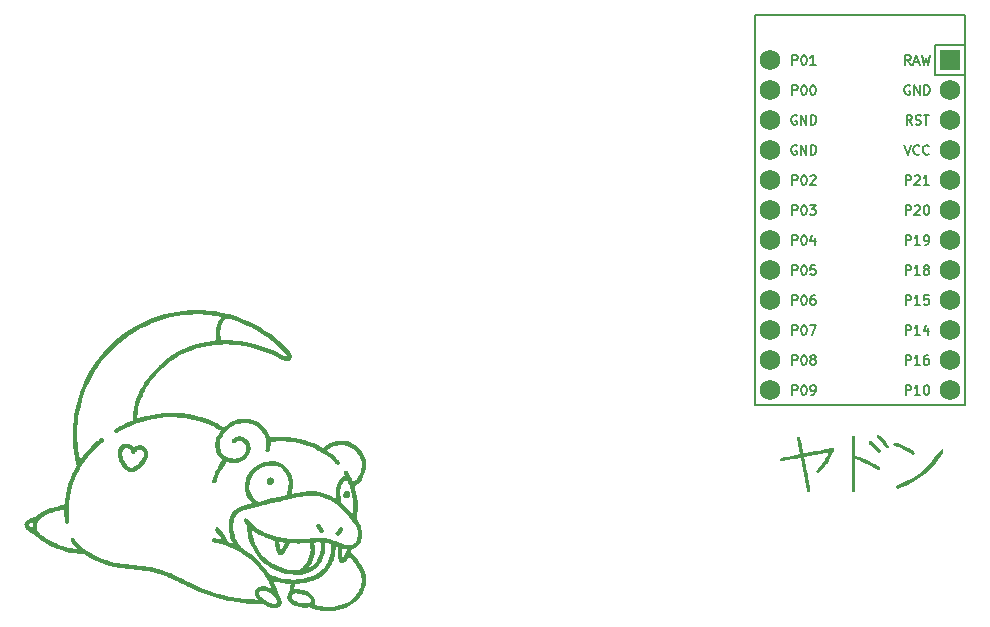
<source format=gbr>
%TF.GenerationSoftware,KiCad,Pcbnew,7.0.9*%
%TF.CreationDate,2023-12-28T22:45:01+01:00*%
%TF.ProjectId,pcb3,70636233-2e6b-4696-9361-645f70636258,v1.0.0*%
%TF.SameCoordinates,Original*%
%TF.FileFunction,Legend,Top*%
%TF.FilePolarity,Positive*%
%FSLAX46Y46*%
G04 Gerber Fmt 4.6, Leading zero omitted, Abs format (unit mm)*
G04 Created by KiCad (PCBNEW 7.0.9) date 2023-12-28 22:45:01*
%MOMM*%
%LPD*%
G01*
G04 APERTURE LIST*
%ADD10C,0.150000*%
%ADD11R,1.752600X1.752600*%
%ADD12C,1.752600*%
G04 APERTURE END LIST*
D10*
X175660756Y-97746316D02*
X175660756Y-96946316D01*
X175660756Y-96946316D02*
X175965518Y-96946316D01*
X175965518Y-96946316D02*
X176041708Y-96984411D01*
X176041708Y-96984411D02*
X176079803Y-97022506D01*
X176079803Y-97022506D02*
X176117899Y-97098697D01*
X176117899Y-97098697D02*
X176117899Y-97212982D01*
X176117899Y-97212982D02*
X176079803Y-97289173D01*
X176079803Y-97289173D02*
X176041708Y-97327268D01*
X176041708Y-97327268D02*
X175965518Y-97365363D01*
X175965518Y-97365363D02*
X175660756Y-97365363D01*
X176613137Y-96946316D02*
X176689327Y-96946316D01*
X176689327Y-96946316D02*
X176765518Y-96984411D01*
X176765518Y-96984411D02*
X176803613Y-97022506D01*
X176803613Y-97022506D02*
X176841708Y-97098697D01*
X176841708Y-97098697D02*
X176879803Y-97251078D01*
X176879803Y-97251078D02*
X176879803Y-97441554D01*
X176879803Y-97441554D02*
X176841708Y-97593935D01*
X176841708Y-97593935D02*
X176803613Y-97670125D01*
X176803613Y-97670125D02*
X176765518Y-97708221D01*
X176765518Y-97708221D02*
X176689327Y-97746316D01*
X176689327Y-97746316D02*
X176613137Y-97746316D01*
X176613137Y-97746316D02*
X176536946Y-97708221D01*
X176536946Y-97708221D02*
X176498851Y-97670125D01*
X176498851Y-97670125D02*
X176460756Y-97593935D01*
X176460756Y-97593935D02*
X176422660Y-97441554D01*
X176422660Y-97441554D02*
X176422660Y-97251078D01*
X176422660Y-97251078D02*
X176460756Y-97098697D01*
X176460756Y-97098697D02*
X176498851Y-97022506D01*
X176498851Y-97022506D02*
X176536946Y-96984411D01*
X176536946Y-96984411D02*
X176613137Y-96946316D01*
X177260756Y-97746316D02*
X177413137Y-97746316D01*
X177413137Y-97746316D02*
X177489327Y-97708221D01*
X177489327Y-97708221D02*
X177527423Y-97670125D01*
X177527423Y-97670125D02*
X177603613Y-97555840D01*
X177603613Y-97555840D02*
X177641708Y-97403459D01*
X177641708Y-97403459D02*
X177641708Y-97098697D01*
X177641708Y-97098697D02*
X177603613Y-97022506D01*
X177603613Y-97022506D02*
X177565518Y-96984411D01*
X177565518Y-96984411D02*
X177489327Y-96946316D01*
X177489327Y-96946316D02*
X177336946Y-96946316D01*
X177336946Y-96946316D02*
X177260756Y-96984411D01*
X177260756Y-96984411D02*
X177222661Y-97022506D01*
X177222661Y-97022506D02*
X177184565Y-97098697D01*
X177184565Y-97098697D02*
X177184565Y-97289173D01*
X177184565Y-97289173D02*
X177222661Y-97365363D01*
X177222661Y-97365363D02*
X177260756Y-97403459D01*
X177260756Y-97403459D02*
X177336946Y-97441554D01*
X177336946Y-97441554D02*
X177489327Y-97441554D01*
X177489327Y-97441554D02*
X177565518Y-97403459D01*
X177565518Y-97403459D02*
X177603613Y-97365363D01*
X177603613Y-97365363D02*
X177641708Y-97289173D01*
X175660756Y-69806316D02*
X175660756Y-69006316D01*
X175660756Y-69006316D02*
X175965518Y-69006316D01*
X175965518Y-69006316D02*
X176041708Y-69044411D01*
X176041708Y-69044411D02*
X176079803Y-69082506D01*
X176079803Y-69082506D02*
X176117899Y-69158697D01*
X176117899Y-69158697D02*
X176117899Y-69272982D01*
X176117899Y-69272982D02*
X176079803Y-69349173D01*
X176079803Y-69349173D02*
X176041708Y-69387268D01*
X176041708Y-69387268D02*
X175965518Y-69425363D01*
X175965518Y-69425363D02*
X175660756Y-69425363D01*
X176613137Y-69006316D02*
X176689327Y-69006316D01*
X176689327Y-69006316D02*
X176765518Y-69044411D01*
X176765518Y-69044411D02*
X176803613Y-69082506D01*
X176803613Y-69082506D02*
X176841708Y-69158697D01*
X176841708Y-69158697D02*
X176879803Y-69311078D01*
X176879803Y-69311078D02*
X176879803Y-69501554D01*
X176879803Y-69501554D02*
X176841708Y-69653935D01*
X176841708Y-69653935D02*
X176803613Y-69730125D01*
X176803613Y-69730125D02*
X176765518Y-69768221D01*
X176765518Y-69768221D02*
X176689327Y-69806316D01*
X176689327Y-69806316D02*
X176613137Y-69806316D01*
X176613137Y-69806316D02*
X176536946Y-69768221D01*
X176536946Y-69768221D02*
X176498851Y-69730125D01*
X176498851Y-69730125D02*
X176460756Y-69653935D01*
X176460756Y-69653935D02*
X176422660Y-69501554D01*
X176422660Y-69501554D02*
X176422660Y-69311078D01*
X176422660Y-69311078D02*
X176460756Y-69158697D01*
X176460756Y-69158697D02*
X176498851Y-69082506D01*
X176498851Y-69082506D02*
X176536946Y-69044411D01*
X176536946Y-69044411D02*
X176613137Y-69006316D01*
X177641708Y-69806316D02*
X177184565Y-69806316D01*
X177413137Y-69806316D02*
X177413137Y-69006316D01*
X177413137Y-69006316D02*
X177336946Y-69120601D01*
X177336946Y-69120601D02*
X177260756Y-69196792D01*
X177260756Y-69196792D02*
X177184565Y-69234887D01*
X175660756Y-90126316D02*
X175660756Y-89326316D01*
X175660756Y-89326316D02*
X175965518Y-89326316D01*
X175965518Y-89326316D02*
X176041708Y-89364411D01*
X176041708Y-89364411D02*
X176079803Y-89402506D01*
X176079803Y-89402506D02*
X176117899Y-89478697D01*
X176117899Y-89478697D02*
X176117899Y-89592982D01*
X176117899Y-89592982D02*
X176079803Y-89669173D01*
X176079803Y-89669173D02*
X176041708Y-89707268D01*
X176041708Y-89707268D02*
X175965518Y-89745363D01*
X175965518Y-89745363D02*
X175660756Y-89745363D01*
X176613137Y-89326316D02*
X176689327Y-89326316D01*
X176689327Y-89326316D02*
X176765518Y-89364411D01*
X176765518Y-89364411D02*
X176803613Y-89402506D01*
X176803613Y-89402506D02*
X176841708Y-89478697D01*
X176841708Y-89478697D02*
X176879803Y-89631078D01*
X176879803Y-89631078D02*
X176879803Y-89821554D01*
X176879803Y-89821554D02*
X176841708Y-89973935D01*
X176841708Y-89973935D02*
X176803613Y-90050125D01*
X176803613Y-90050125D02*
X176765518Y-90088221D01*
X176765518Y-90088221D02*
X176689327Y-90126316D01*
X176689327Y-90126316D02*
X176613137Y-90126316D01*
X176613137Y-90126316D02*
X176536946Y-90088221D01*
X176536946Y-90088221D02*
X176498851Y-90050125D01*
X176498851Y-90050125D02*
X176460756Y-89973935D01*
X176460756Y-89973935D02*
X176422660Y-89821554D01*
X176422660Y-89821554D02*
X176422660Y-89631078D01*
X176422660Y-89631078D02*
X176460756Y-89478697D01*
X176460756Y-89478697D02*
X176498851Y-89402506D01*
X176498851Y-89402506D02*
X176536946Y-89364411D01*
X176536946Y-89364411D02*
X176613137Y-89326316D01*
X177565518Y-89326316D02*
X177413137Y-89326316D01*
X177413137Y-89326316D02*
X177336946Y-89364411D01*
X177336946Y-89364411D02*
X177298851Y-89402506D01*
X177298851Y-89402506D02*
X177222661Y-89516792D01*
X177222661Y-89516792D02*
X177184565Y-89669173D01*
X177184565Y-89669173D02*
X177184565Y-89973935D01*
X177184565Y-89973935D02*
X177222661Y-90050125D01*
X177222661Y-90050125D02*
X177260756Y-90088221D01*
X177260756Y-90088221D02*
X177336946Y-90126316D01*
X177336946Y-90126316D02*
X177489327Y-90126316D01*
X177489327Y-90126316D02*
X177565518Y-90088221D01*
X177565518Y-90088221D02*
X177603613Y-90050125D01*
X177603613Y-90050125D02*
X177641708Y-89973935D01*
X177641708Y-89973935D02*
X177641708Y-89783459D01*
X177641708Y-89783459D02*
X177603613Y-89707268D01*
X177603613Y-89707268D02*
X177565518Y-89669173D01*
X177565518Y-89669173D02*
X177489327Y-89631078D01*
X177489327Y-89631078D02*
X177336946Y-89631078D01*
X177336946Y-89631078D02*
X177260756Y-89669173D01*
X177260756Y-89669173D02*
X177222661Y-89707268D01*
X177222661Y-89707268D02*
X177184565Y-89783459D01*
X185260756Y-92666316D02*
X185260756Y-91866316D01*
X185260756Y-91866316D02*
X185565518Y-91866316D01*
X185565518Y-91866316D02*
X185641708Y-91904411D01*
X185641708Y-91904411D02*
X185679803Y-91942506D01*
X185679803Y-91942506D02*
X185717899Y-92018697D01*
X185717899Y-92018697D02*
X185717899Y-92132982D01*
X185717899Y-92132982D02*
X185679803Y-92209173D01*
X185679803Y-92209173D02*
X185641708Y-92247268D01*
X185641708Y-92247268D02*
X185565518Y-92285363D01*
X185565518Y-92285363D02*
X185260756Y-92285363D01*
X186479803Y-92666316D02*
X186022660Y-92666316D01*
X186251232Y-92666316D02*
X186251232Y-91866316D01*
X186251232Y-91866316D02*
X186175041Y-91980601D01*
X186175041Y-91980601D02*
X186098851Y-92056792D01*
X186098851Y-92056792D02*
X186022660Y-92094887D01*
X187165518Y-92132982D02*
X187165518Y-92666316D01*
X186975042Y-91828221D02*
X186784565Y-92399649D01*
X186784565Y-92399649D02*
X187279804Y-92399649D01*
X176022661Y-74124411D02*
X175946471Y-74086316D01*
X175946471Y-74086316D02*
X175832185Y-74086316D01*
X175832185Y-74086316D02*
X175717899Y-74124411D01*
X175717899Y-74124411D02*
X175641709Y-74200601D01*
X175641709Y-74200601D02*
X175603614Y-74276792D01*
X175603614Y-74276792D02*
X175565518Y-74429173D01*
X175565518Y-74429173D02*
X175565518Y-74543459D01*
X175565518Y-74543459D02*
X175603614Y-74695840D01*
X175603614Y-74695840D02*
X175641709Y-74772030D01*
X175641709Y-74772030D02*
X175717899Y-74848221D01*
X175717899Y-74848221D02*
X175832185Y-74886316D01*
X175832185Y-74886316D02*
X175908376Y-74886316D01*
X175908376Y-74886316D02*
X176022661Y-74848221D01*
X176022661Y-74848221D02*
X176060757Y-74810125D01*
X176060757Y-74810125D02*
X176060757Y-74543459D01*
X176060757Y-74543459D02*
X175908376Y-74543459D01*
X176403614Y-74886316D02*
X176403614Y-74086316D01*
X176403614Y-74086316D02*
X176860757Y-74886316D01*
X176860757Y-74886316D02*
X176860757Y-74086316D01*
X177241709Y-74886316D02*
X177241709Y-74086316D01*
X177241709Y-74086316D02*
X177432185Y-74086316D01*
X177432185Y-74086316D02*
X177546471Y-74124411D01*
X177546471Y-74124411D02*
X177622661Y-74200601D01*
X177622661Y-74200601D02*
X177660756Y-74276792D01*
X177660756Y-74276792D02*
X177698852Y-74429173D01*
X177698852Y-74429173D02*
X177698852Y-74543459D01*
X177698852Y-74543459D02*
X177660756Y-74695840D01*
X177660756Y-74695840D02*
X177622661Y-74772030D01*
X177622661Y-74772030D02*
X177546471Y-74848221D01*
X177546471Y-74848221D02*
X177432185Y-74886316D01*
X177432185Y-74886316D02*
X177241709Y-74886316D01*
X185794090Y-74886316D02*
X185527423Y-74505363D01*
X185336947Y-74886316D02*
X185336947Y-74086316D01*
X185336947Y-74086316D02*
X185641709Y-74086316D01*
X185641709Y-74086316D02*
X185717899Y-74124411D01*
X185717899Y-74124411D02*
X185755994Y-74162506D01*
X185755994Y-74162506D02*
X185794090Y-74238697D01*
X185794090Y-74238697D02*
X185794090Y-74352982D01*
X185794090Y-74352982D02*
X185755994Y-74429173D01*
X185755994Y-74429173D02*
X185717899Y-74467268D01*
X185717899Y-74467268D02*
X185641709Y-74505363D01*
X185641709Y-74505363D02*
X185336947Y-74505363D01*
X186098851Y-74848221D02*
X186213137Y-74886316D01*
X186213137Y-74886316D02*
X186403613Y-74886316D01*
X186403613Y-74886316D02*
X186479804Y-74848221D01*
X186479804Y-74848221D02*
X186517899Y-74810125D01*
X186517899Y-74810125D02*
X186555994Y-74733935D01*
X186555994Y-74733935D02*
X186555994Y-74657744D01*
X186555994Y-74657744D02*
X186517899Y-74581554D01*
X186517899Y-74581554D02*
X186479804Y-74543459D01*
X186479804Y-74543459D02*
X186403613Y-74505363D01*
X186403613Y-74505363D02*
X186251232Y-74467268D01*
X186251232Y-74467268D02*
X186175042Y-74429173D01*
X186175042Y-74429173D02*
X186136947Y-74391078D01*
X186136947Y-74391078D02*
X186098851Y-74314887D01*
X186098851Y-74314887D02*
X186098851Y-74238697D01*
X186098851Y-74238697D02*
X186136947Y-74162506D01*
X186136947Y-74162506D02*
X186175042Y-74124411D01*
X186175042Y-74124411D02*
X186251232Y-74086316D01*
X186251232Y-74086316D02*
X186441709Y-74086316D01*
X186441709Y-74086316D02*
X186555994Y-74124411D01*
X186784566Y-74086316D02*
X187241709Y-74086316D01*
X187013137Y-74886316D02*
X187013137Y-74086316D01*
X175660756Y-72346316D02*
X175660756Y-71546316D01*
X175660756Y-71546316D02*
X175965518Y-71546316D01*
X175965518Y-71546316D02*
X176041708Y-71584411D01*
X176041708Y-71584411D02*
X176079803Y-71622506D01*
X176079803Y-71622506D02*
X176117899Y-71698697D01*
X176117899Y-71698697D02*
X176117899Y-71812982D01*
X176117899Y-71812982D02*
X176079803Y-71889173D01*
X176079803Y-71889173D02*
X176041708Y-71927268D01*
X176041708Y-71927268D02*
X175965518Y-71965363D01*
X175965518Y-71965363D02*
X175660756Y-71965363D01*
X176613137Y-71546316D02*
X176689327Y-71546316D01*
X176689327Y-71546316D02*
X176765518Y-71584411D01*
X176765518Y-71584411D02*
X176803613Y-71622506D01*
X176803613Y-71622506D02*
X176841708Y-71698697D01*
X176841708Y-71698697D02*
X176879803Y-71851078D01*
X176879803Y-71851078D02*
X176879803Y-72041554D01*
X176879803Y-72041554D02*
X176841708Y-72193935D01*
X176841708Y-72193935D02*
X176803613Y-72270125D01*
X176803613Y-72270125D02*
X176765518Y-72308221D01*
X176765518Y-72308221D02*
X176689327Y-72346316D01*
X176689327Y-72346316D02*
X176613137Y-72346316D01*
X176613137Y-72346316D02*
X176536946Y-72308221D01*
X176536946Y-72308221D02*
X176498851Y-72270125D01*
X176498851Y-72270125D02*
X176460756Y-72193935D01*
X176460756Y-72193935D02*
X176422660Y-72041554D01*
X176422660Y-72041554D02*
X176422660Y-71851078D01*
X176422660Y-71851078D02*
X176460756Y-71698697D01*
X176460756Y-71698697D02*
X176498851Y-71622506D01*
X176498851Y-71622506D02*
X176536946Y-71584411D01*
X176536946Y-71584411D02*
X176613137Y-71546316D01*
X177375042Y-71546316D02*
X177451232Y-71546316D01*
X177451232Y-71546316D02*
X177527423Y-71584411D01*
X177527423Y-71584411D02*
X177565518Y-71622506D01*
X177565518Y-71622506D02*
X177603613Y-71698697D01*
X177603613Y-71698697D02*
X177641708Y-71851078D01*
X177641708Y-71851078D02*
X177641708Y-72041554D01*
X177641708Y-72041554D02*
X177603613Y-72193935D01*
X177603613Y-72193935D02*
X177565518Y-72270125D01*
X177565518Y-72270125D02*
X177527423Y-72308221D01*
X177527423Y-72308221D02*
X177451232Y-72346316D01*
X177451232Y-72346316D02*
X177375042Y-72346316D01*
X177375042Y-72346316D02*
X177298851Y-72308221D01*
X177298851Y-72308221D02*
X177260756Y-72270125D01*
X177260756Y-72270125D02*
X177222661Y-72193935D01*
X177222661Y-72193935D02*
X177184565Y-72041554D01*
X177184565Y-72041554D02*
X177184565Y-71851078D01*
X177184565Y-71851078D02*
X177222661Y-71698697D01*
X177222661Y-71698697D02*
X177260756Y-71622506D01*
X177260756Y-71622506D02*
X177298851Y-71584411D01*
X177298851Y-71584411D02*
X177375042Y-71546316D01*
X185260756Y-95206316D02*
X185260756Y-94406316D01*
X185260756Y-94406316D02*
X185565518Y-94406316D01*
X185565518Y-94406316D02*
X185641708Y-94444411D01*
X185641708Y-94444411D02*
X185679803Y-94482506D01*
X185679803Y-94482506D02*
X185717899Y-94558697D01*
X185717899Y-94558697D02*
X185717899Y-94672982D01*
X185717899Y-94672982D02*
X185679803Y-94749173D01*
X185679803Y-94749173D02*
X185641708Y-94787268D01*
X185641708Y-94787268D02*
X185565518Y-94825363D01*
X185565518Y-94825363D02*
X185260756Y-94825363D01*
X186479803Y-95206316D02*
X186022660Y-95206316D01*
X186251232Y-95206316D02*
X186251232Y-94406316D01*
X186251232Y-94406316D02*
X186175041Y-94520601D01*
X186175041Y-94520601D02*
X186098851Y-94596792D01*
X186098851Y-94596792D02*
X186022660Y-94634887D01*
X187165518Y-94406316D02*
X187013137Y-94406316D01*
X187013137Y-94406316D02*
X186936946Y-94444411D01*
X186936946Y-94444411D02*
X186898851Y-94482506D01*
X186898851Y-94482506D02*
X186822661Y-94596792D01*
X186822661Y-94596792D02*
X186784565Y-94749173D01*
X186784565Y-94749173D02*
X186784565Y-95053935D01*
X186784565Y-95053935D02*
X186822661Y-95130125D01*
X186822661Y-95130125D02*
X186860756Y-95168221D01*
X186860756Y-95168221D02*
X186936946Y-95206316D01*
X186936946Y-95206316D02*
X187089327Y-95206316D01*
X187089327Y-95206316D02*
X187165518Y-95168221D01*
X187165518Y-95168221D02*
X187203613Y-95130125D01*
X187203613Y-95130125D02*
X187241708Y-95053935D01*
X187241708Y-95053935D02*
X187241708Y-94863459D01*
X187241708Y-94863459D02*
X187203613Y-94787268D01*
X187203613Y-94787268D02*
X187165518Y-94749173D01*
X187165518Y-94749173D02*
X187089327Y-94711078D01*
X187089327Y-94711078D02*
X186936946Y-94711078D01*
X186936946Y-94711078D02*
X186860756Y-94749173D01*
X186860756Y-94749173D02*
X186822661Y-94787268D01*
X186822661Y-94787268D02*
X186784565Y-94863459D01*
X185165518Y-76626316D02*
X185432185Y-77426316D01*
X185432185Y-77426316D02*
X185698851Y-76626316D01*
X186422661Y-77350125D02*
X186384565Y-77388221D01*
X186384565Y-77388221D02*
X186270280Y-77426316D01*
X186270280Y-77426316D02*
X186194089Y-77426316D01*
X186194089Y-77426316D02*
X186079803Y-77388221D01*
X186079803Y-77388221D02*
X186003613Y-77312030D01*
X186003613Y-77312030D02*
X185965518Y-77235840D01*
X185965518Y-77235840D02*
X185927422Y-77083459D01*
X185927422Y-77083459D02*
X185927422Y-76969173D01*
X185927422Y-76969173D02*
X185965518Y-76816792D01*
X185965518Y-76816792D02*
X186003613Y-76740601D01*
X186003613Y-76740601D02*
X186079803Y-76664411D01*
X186079803Y-76664411D02*
X186194089Y-76626316D01*
X186194089Y-76626316D02*
X186270280Y-76626316D01*
X186270280Y-76626316D02*
X186384565Y-76664411D01*
X186384565Y-76664411D02*
X186422661Y-76702506D01*
X187222661Y-77350125D02*
X187184565Y-77388221D01*
X187184565Y-77388221D02*
X187070280Y-77426316D01*
X187070280Y-77426316D02*
X186994089Y-77426316D01*
X186994089Y-77426316D02*
X186879803Y-77388221D01*
X186879803Y-77388221D02*
X186803613Y-77312030D01*
X186803613Y-77312030D02*
X186765518Y-77235840D01*
X186765518Y-77235840D02*
X186727422Y-77083459D01*
X186727422Y-77083459D02*
X186727422Y-76969173D01*
X186727422Y-76969173D02*
X186765518Y-76816792D01*
X186765518Y-76816792D02*
X186803613Y-76740601D01*
X186803613Y-76740601D02*
X186879803Y-76664411D01*
X186879803Y-76664411D02*
X186994089Y-76626316D01*
X186994089Y-76626316D02*
X187070280Y-76626316D01*
X187070280Y-76626316D02*
X187184565Y-76664411D01*
X187184565Y-76664411D02*
X187222661Y-76702506D01*
X175660756Y-82506316D02*
X175660756Y-81706316D01*
X175660756Y-81706316D02*
X175965518Y-81706316D01*
X175965518Y-81706316D02*
X176041708Y-81744411D01*
X176041708Y-81744411D02*
X176079803Y-81782506D01*
X176079803Y-81782506D02*
X176117899Y-81858697D01*
X176117899Y-81858697D02*
X176117899Y-81972982D01*
X176117899Y-81972982D02*
X176079803Y-82049173D01*
X176079803Y-82049173D02*
X176041708Y-82087268D01*
X176041708Y-82087268D02*
X175965518Y-82125363D01*
X175965518Y-82125363D02*
X175660756Y-82125363D01*
X176613137Y-81706316D02*
X176689327Y-81706316D01*
X176689327Y-81706316D02*
X176765518Y-81744411D01*
X176765518Y-81744411D02*
X176803613Y-81782506D01*
X176803613Y-81782506D02*
X176841708Y-81858697D01*
X176841708Y-81858697D02*
X176879803Y-82011078D01*
X176879803Y-82011078D02*
X176879803Y-82201554D01*
X176879803Y-82201554D02*
X176841708Y-82353935D01*
X176841708Y-82353935D02*
X176803613Y-82430125D01*
X176803613Y-82430125D02*
X176765518Y-82468221D01*
X176765518Y-82468221D02*
X176689327Y-82506316D01*
X176689327Y-82506316D02*
X176613137Y-82506316D01*
X176613137Y-82506316D02*
X176536946Y-82468221D01*
X176536946Y-82468221D02*
X176498851Y-82430125D01*
X176498851Y-82430125D02*
X176460756Y-82353935D01*
X176460756Y-82353935D02*
X176422660Y-82201554D01*
X176422660Y-82201554D02*
X176422660Y-82011078D01*
X176422660Y-82011078D02*
X176460756Y-81858697D01*
X176460756Y-81858697D02*
X176498851Y-81782506D01*
X176498851Y-81782506D02*
X176536946Y-81744411D01*
X176536946Y-81744411D02*
X176613137Y-81706316D01*
X177146470Y-81706316D02*
X177641708Y-81706316D01*
X177641708Y-81706316D02*
X177375042Y-82011078D01*
X177375042Y-82011078D02*
X177489327Y-82011078D01*
X177489327Y-82011078D02*
X177565518Y-82049173D01*
X177565518Y-82049173D02*
X177603613Y-82087268D01*
X177603613Y-82087268D02*
X177641708Y-82163459D01*
X177641708Y-82163459D02*
X177641708Y-82353935D01*
X177641708Y-82353935D02*
X177603613Y-82430125D01*
X177603613Y-82430125D02*
X177565518Y-82468221D01*
X177565518Y-82468221D02*
X177489327Y-82506316D01*
X177489327Y-82506316D02*
X177260756Y-82506316D01*
X177260756Y-82506316D02*
X177184565Y-82468221D01*
X177184565Y-82468221D02*
X177146470Y-82430125D01*
X185260756Y-90126316D02*
X185260756Y-89326316D01*
X185260756Y-89326316D02*
X185565518Y-89326316D01*
X185565518Y-89326316D02*
X185641708Y-89364411D01*
X185641708Y-89364411D02*
X185679803Y-89402506D01*
X185679803Y-89402506D02*
X185717899Y-89478697D01*
X185717899Y-89478697D02*
X185717899Y-89592982D01*
X185717899Y-89592982D02*
X185679803Y-89669173D01*
X185679803Y-89669173D02*
X185641708Y-89707268D01*
X185641708Y-89707268D02*
X185565518Y-89745363D01*
X185565518Y-89745363D02*
X185260756Y-89745363D01*
X186479803Y-90126316D02*
X186022660Y-90126316D01*
X186251232Y-90126316D02*
X186251232Y-89326316D01*
X186251232Y-89326316D02*
X186175041Y-89440601D01*
X186175041Y-89440601D02*
X186098851Y-89516792D01*
X186098851Y-89516792D02*
X186022660Y-89554887D01*
X187203613Y-89326316D02*
X186822661Y-89326316D01*
X186822661Y-89326316D02*
X186784565Y-89707268D01*
X186784565Y-89707268D02*
X186822661Y-89669173D01*
X186822661Y-89669173D02*
X186898851Y-89631078D01*
X186898851Y-89631078D02*
X187089327Y-89631078D01*
X187089327Y-89631078D02*
X187165518Y-89669173D01*
X187165518Y-89669173D02*
X187203613Y-89707268D01*
X187203613Y-89707268D02*
X187241708Y-89783459D01*
X187241708Y-89783459D02*
X187241708Y-89973935D01*
X187241708Y-89973935D02*
X187203613Y-90050125D01*
X187203613Y-90050125D02*
X187165518Y-90088221D01*
X187165518Y-90088221D02*
X187089327Y-90126316D01*
X187089327Y-90126316D02*
X186898851Y-90126316D01*
X186898851Y-90126316D02*
X186822661Y-90088221D01*
X186822661Y-90088221D02*
X186784565Y-90050125D01*
X185260756Y-97746316D02*
X185260756Y-96946316D01*
X185260756Y-96946316D02*
X185565518Y-96946316D01*
X185565518Y-96946316D02*
X185641708Y-96984411D01*
X185641708Y-96984411D02*
X185679803Y-97022506D01*
X185679803Y-97022506D02*
X185717899Y-97098697D01*
X185717899Y-97098697D02*
X185717899Y-97212982D01*
X185717899Y-97212982D02*
X185679803Y-97289173D01*
X185679803Y-97289173D02*
X185641708Y-97327268D01*
X185641708Y-97327268D02*
X185565518Y-97365363D01*
X185565518Y-97365363D02*
X185260756Y-97365363D01*
X186479803Y-97746316D02*
X186022660Y-97746316D01*
X186251232Y-97746316D02*
X186251232Y-96946316D01*
X186251232Y-96946316D02*
X186175041Y-97060601D01*
X186175041Y-97060601D02*
X186098851Y-97136792D01*
X186098851Y-97136792D02*
X186022660Y-97174887D01*
X186975042Y-96946316D02*
X187051232Y-96946316D01*
X187051232Y-96946316D02*
X187127423Y-96984411D01*
X187127423Y-96984411D02*
X187165518Y-97022506D01*
X187165518Y-97022506D02*
X187203613Y-97098697D01*
X187203613Y-97098697D02*
X187241708Y-97251078D01*
X187241708Y-97251078D02*
X187241708Y-97441554D01*
X187241708Y-97441554D02*
X187203613Y-97593935D01*
X187203613Y-97593935D02*
X187165518Y-97670125D01*
X187165518Y-97670125D02*
X187127423Y-97708221D01*
X187127423Y-97708221D02*
X187051232Y-97746316D01*
X187051232Y-97746316D02*
X186975042Y-97746316D01*
X186975042Y-97746316D02*
X186898851Y-97708221D01*
X186898851Y-97708221D02*
X186860756Y-97670125D01*
X186860756Y-97670125D02*
X186822661Y-97593935D01*
X186822661Y-97593935D02*
X186784565Y-97441554D01*
X186784565Y-97441554D02*
X186784565Y-97251078D01*
X186784565Y-97251078D02*
X186822661Y-97098697D01*
X186822661Y-97098697D02*
X186860756Y-97022506D01*
X186860756Y-97022506D02*
X186898851Y-96984411D01*
X186898851Y-96984411D02*
X186975042Y-96946316D01*
X185679804Y-69806316D02*
X185413137Y-69425363D01*
X185222661Y-69806316D02*
X185222661Y-69006316D01*
X185222661Y-69006316D02*
X185527423Y-69006316D01*
X185527423Y-69006316D02*
X185603613Y-69044411D01*
X185603613Y-69044411D02*
X185641708Y-69082506D01*
X185641708Y-69082506D02*
X185679804Y-69158697D01*
X185679804Y-69158697D02*
X185679804Y-69272982D01*
X185679804Y-69272982D02*
X185641708Y-69349173D01*
X185641708Y-69349173D02*
X185603613Y-69387268D01*
X185603613Y-69387268D02*
X185527423Y-69425363D01*
X185527423Y-69425363D02*
X185222661Y-69425363D01*
X185984565Y-69577744D02*
X186365518Y-69577744D01*
X185908375Y-69806316D02*
X186175042Y-69006316D01*
X186175042Y-69006316D02*
X186441708Y-69806316D01*
X186632184Y-69006316D02*
X186822660Y-69806316D01*
X186822660Y-69806316D02*
X186975041Y-69234887D01*
X186975041Y-69234887D02*
X187127422Y-69806316D01*
X187127422Y-69806316D02*
X187317899Y-69006316D01*
X175660756Y-87586316D02*
X175660756Y-86786316D01*
X175660756Y-86786316D02*
X175965518Y-86786316D01*
X175965518Y-86786316D02*
X176041708Y-86824411D01*
X176041708Y-86824411D02*
X176079803Y-86862506D01*
X176079803Y-86862506D02*
X176117899Y-86938697D01*
X176117899Y-86938697D02*
X176117899Y-87052982D01*
X176117899Y-87052982D02*
X176079803Y-87129173D01*
X176079803Y-87129173D02*
X176041708Y-87167268D01*
X176041708Y-87167268D02*
X175965518Y-87205363D01*
X175965518Y-87205363D02*
X175660756Y-87205363D01*
X176613137Y-86786316D02*
X176689327Y-86786316D01*
X176689327Y-86786316D02*
X176765518Y-86824411D01*
X176765518Y-86824411D02*
X176803613Y-86862506D01*
X176803613Y-86862506D02*
X176841708Y-86938697D01*
X176841708Y-86938697D02*
X176879803Y-87091078D01*
X176879803Y-87091078D02*
X176879803Y-87281554D01*
X176879803Y-87281554D02*
X176841708Y-87433935D01*
X176841708Y-87433935D02*
X176803613Y-87510125D01*
X176803613Y-87510125D02*
X176765518Y-87548221D01*
X176765518Y-87548221D02*
X176689327Y-87586316D01*
X176689327Y-87586316D02*
X176613137Y-87586316D01*
X176613137Y-87586316D02*
X176536946Y-87548221D01*
X176536946Y-87548221D02*
X176498851Y-87510125D01*
X176498851Y-87510125D02*
X176460756Y-87433935D01*
X176460756Y-87433935D02*
X176422660Y-87281554D01*
X176422660Y-87281554D02*
X176422660Y-87091078D01*
X176422660Y-87091078D02*
X176460756Y-86938697D01*
X176460756Y-86938697D02*
X176498851Y-86862506D01*
X176498851Y-86862506D02*
X176536946Y-86824411D01*
X176536946Y-86824411D02*
X176613137Y-86786316D01*
X177603613Y-86786316D02*
X177222661Y-86786316D01*
X177222661Y-86786316D02*
X177184565Y-87167268D01*
X177184565Y-87167268D02*
X177222661Y-87129173D01*
X177222661Y-87129173D02*
X177298851Y-87091078D01*
X177298851Y-87091078D02*
X177489327Y-87091078D01*
X177489327Y-87091078D02*
X177565518Y-87129173D01*
X177565518Y-87129173D02*
X177603613Y-87167268D01*
X177603613Y-87167268D02*
X177641708Y-87243459D01*
X177641708Y-87243459D02*
X177641708Y-87433935D01*
X177641708Y-87433935D02*
X177603613Y-87510125D01*
X177603613Y-87510125D02*
X177565518Y-87548221D01*
X177565518Y-87548221D02*
X177489327Y-87586316D01*
X177489327Y-87586316D02*
X177298851Y-87586316D01*
X177298851Y-87586316D02*
X177222661Y-87548221D01*
X177222661Y-87548221D02*
X177184565Y-87510125D01*
X185622661Y-71584411D02*
X185546471Y-71546316D01*
X185546471Y-71546316D02*
X185432185Y-71546316D01*
X185432185Y-71546316D02*
X185317899Y-71584411D01*
X185317899Y-71584411D02*
X185241709Y-71660601D01*
X185241709Y-71660601D02*
X185203614Y-71736792D01*
X185203614Y-71736792D02*
X185165518Y-71889173D01*
X185165518Y-71889173D02*
X185165518Y-72003459D01*
X185165518Y-72003459D02*
X185203614Y-72155840D01*
X185203614Y-72155840D02*
X185241709Y-72232030D01*
X185241709Y-72232030D02*
X185317899Y-72308221D01*
X185317899Y-72308221D02*
X185432185Y-72346316D01*
X185432185Y-72346316D02*
X185508376Y-72346316D01*
X185508376Y-72346316D02*
X185622661Y-72308221D01*
X185622661Y-72308221D02*
X185660757Y-72270125D01*
X185660757Y-72270125D02*
X185660757Y-72003459D01*
X185660757Y-72003459D02*
X185508376Y-72003459D01*
X186003614Y-72346316D02*
X186003614Y-71546316D01*
X186003614Y-71546316D02*
X186460757Y-72346316D01*
X186460757Y-72346316D02*
X186460757Y-71546316D01*
X186841709Y-72346316D02*
X186841709Y-71546316D01*
X186841709Y-71546316D02*
X187032185Y-71546316D01*
X187032185Y-71546316D02*
X187146471Y-71584411D01*
X187146471Y-71584411D02*
X187222661Y-71660601D01*
X187222661Y-71660601D02*
X187260756Y-71736792D01*
X187260756Y-71736792D02*
X187298852Y-71889173D01*
X187298852Y-71889173D02*
X187298852Y-72003459D01*
X187298852Y-72003459D02*
X187260756Y-72155840D01*
X187260756Y-72155840D02*
X187222661Y-72232030D01*
X187222661Y-72232030D02*
X187146471Y-72308221D01*
X187146471Y-72308221D02*
X187032185Y-72346316D01*
X187032185Y-72346316D02*
X186841709Y-72346316D01*
X175660756Y-92666316D02*
X175660756Y-91866316D01*
X175660756Y-91866316D02*
X175965518Y-91866316D01*
X175965518Y-91866316D02*
X176041708Y-91904411D01*
X176041708Y-91904411D02*
X176079803Y-91942506D01*
X176079803Y-91942506D02*
X176117899Y-92018697D01*
X176117899Y-92018697D02*
X176117899Y-92132982D01*
X176117899Y-92132982D02*
X176079803Y-92209173D01*
X176079803Y-92209173D02*
X176041708Y-92247268D01*
X176041708Y-92247268D02*
X175965518Y-92285363D01*
X175965518Y-92285363D02*
X175660756Y-92285363D01*
X176613137Y-91866316D02*
X176689327Y-91866316D01*
X176689327Y-91866316D02*
X176765518Y-91904411D01*
X176765518Y-91904411D02*
X176803613Y-91942506D01*
X176803613Y-91942506D02*
X176841708Y-92018697D01*
X176841708Y-92018697D02*
X176879803Y-92171078D01*
X176879803Y-92171078D02*
X176879803Y-92361554D01*
X176879803Y-92361554D02*
X176841708Y-92513935D01*
X176841708Y-92513935D02*
X176803613Y-92590125D01*
X176803613Y-92590125D02*
X176765518Y-92628221D01*
X176765518Y-92628221D02*
X176689327Y-92666316D01*
X176689327Y-92666316D02*
X176613137Y-92666316D01*
X176613137Y-92666316D02*
X176536946Y-92628221D01*
X176536946Y-92628221D02*
X176498851Y-92590125D01*
X176498851Y-92590125D02*
X176460756Y-92513935D01*
X176460756Y-92513935D02*
X176422660Y-92361554D01*
X176422660Y-92361554D02*
X176422660Y-92171078D01*
X176422660Y-92171078D02*
X176460756Y-92018697D01*
X176460756Y-92018697D02*
X176498851Y-91942506D01*
X176498851Y-91942506D02*
X176536946Y-91904411D01*
X176536946Y-91904411D02*
X176613137Y-91866316D01*
X177146470Y-91866316D02*
X177679804Y-91866316D01*
X177679804Y-91866316D02*
X177336946Y-92666316D01*
X185260756Y-85046316D02*
X185260756Y-84246316D01*
X185260756Y-84246316D02*
X185565518Y-84246316D01*
X185565518Y-84246316D02*
X185641708Y-84284411D01*
X185641708Y-84284411D02*
X185679803Y-84322506D01*
X185679803Y-84322506D02*
X185717899Y-84398697D01*
X185717899Y-84398697D02*
X185717899Y-84512982D01*
X185717899Y-84512982D02*
X185679803Y-84589173D01*
X185679803Y-84589173D02*
X185641708Y-84627268D01*
X185641708Y-84627268D02*
X185565518Y-84665363D01*
X185565518Y-84665363D02*
X185260756Y-84665363D01*
X186479803Y-85046316D02*
X186022660Y-85046316D01*
X186251232Y-85046316D02*
X186251232Y-84246316D01*
X186251232Y-84246316D02*
X186175041Y-84360601D01*
X186175041Y-84360601D02*
X186098851Y-84436792D01*
X186098851Y-84436792D02*
X186022660Y-84474887D01*
X186860756Y-85046316D02*
X187013137Y-85046316D01*
X187013137Y-85046316D02*
X187089327Y-85008221D01*
X187089327Y-85008221D02*
X187127423Y-84970125D01*
X187127423Y-84970125D02*
X187203613Y-84855840D01*
X187203613Y-84855840D02*
X187241708Y-84703459D01*
X187241708Y-84703459D02*
X187241708Y-84398697D01*
X187241708Y-84398697D02*
X187203613Y-84322506D01*
X187203613Y-84322506D02*
X187165518Y-84284411D01*
X187165518Y-84284411D02*
X187089327Y-84246316D01*
X187089327Y-84246316D02*
X186936946Y-84246316D01*
X186936946Y-84246316D02*
X186860756Y-84284411D01*
X186860756Y-84284411D02*
X186822661Y-84322506D01*
X186822661Y-84322506D02*
X186784565Y-84398697D01*
X186784565Y-84398697D02*
X186784565Y-84589173D01*
X186784565Y-84589173D02*
X186822661Y-84665363D01*
X186822661Y-84665363D02*
X186860756Y-84703459D01*
X186860756Y-84703459D02*
X186936946Y-84741554D01*
X186936946Y-84741554D02*
X187089327Y-84741554D01*
X187089327Y-84741554D02*
X187165518Y-84703459D01*
X187165518Y-84703459D02*
X187203613Y-84665363D01*
X187203613Y-84665363D02*
X187241708Y-84589173D01*
X185260756Y-87586316D02*
X185260756Y-86786316D01*
X185260756Y-86786316D02*
X185565518Y-86786316D01*
X185565518Y-86786316D02*
X185641708Y-86824411D01*
X185641708Y-86824411D02*
X185679803Y-86862506D01*
X185679803Y-86862506D02*
X185717899Y-86938697D01*
X185717899Y-86938697D02*
X185717899Y-87052982D01*
X185717899Y-87052982D02*
X185679803Y-87129173D01*
X185679803Y-87129173D02*
X185641708Y-87167268D01*
X185641708Y-87167268D02*
X185565518Y-87205363D01*
X185565518Y-87205363D02*
X185260756Y-87205363D01*
X186479803Y-87586316D02*
X186022660Y-87586316D01*
X186251232Y-87586316D02*
X186251232Y-86786316D01*
X186251232Y-86786316D02*
X186175041Y-86900601D01*
X186175041Y-86900601D02*
X186098851Y-86976792D01*
X186098851Y-86976792D02*
X186022660Y-87014887D01*
X186936946Y-87129173D02*
X186860756Y-87091078D01*
X186860756Y-87091078D02*
X186822661Y-87052982D01*
X186822661Y-87052982D02*
X186784565Y-86976792D01*
X186784565Y-86976792D02*
X186784565Y-86938697D01*
X186784565Y-86938697D02*
X186822661Y-86862506D01*
X186822661Y-86862506D02*
X186860756Y-86824411D01*
X186860756Y-86824411D02*
X186936946Y-86786316D01*
X186936946Y-86786316D02*
X187089327Y-86786316D01*
X187089327Y-86786316D02*
X187165518Y-86824411D01*
X187165518Y-86824411D02*
X187203613Y-86862506D01*
X187203613Y-86862506D02*
X187241708Y-86938697D01*
X187241708Y-86938697D02*
X187241708Y-86976792D01*
X187241708Y-86976792D02*
X187203613Y-87052982D01*
X187203613Y-87052982D02*
X187165518Y-87091078D01*
X187165518Y-87091078D02*
X187089327Y-87129173D01*
X187089327Y-87129173D02*
X186936946Y-87129173D01*
X186936946Y-87129173D02*
X186860756Y-87167268D01*
X186860756Y-87167268D02*
X186822661Y-87205363D01*
X186822661Y-87205363D02*
X186784565Y-87281554D01*
X186784565Y-87281554D02*
X186784565Y-87433935D01*
X186784565Y-87433935D02*
X186822661Y-87510125D01*
X186822661Y-87510125D02*
X186860756Y-87548221D01*
X186860756Y-87548221D02*
X186936946Y-87586316D01*
X186936946Y-87586316D02*
X187089327Y-87586316D01*
X187089327Y-87586316D02*
X187165518Y-87548221D01*
X187165518Y-87548221D02*
X187203613Y-87510125D01*
X187203613Y-87510125D02*
X187241708Y-87433935D01*
X187241708Y-87433935D02*
X187241708Y-87281554D01*
X187241708Y-87281554D02*
X187203613Y-87205363D01*
X187203613Y-87205363D02*
X187165518Y-87167268D01*
X187165518Y-87167268D02*
X187089327Y-87129173D01*
X185260756Y-82506316D02*
X185260756Y-81706316D01*
X185260756Y-81706316D02*
X185565518Y-81706316D01*
X185565518Y-81706316D02*
X185641708Y-81744411D01*
X185641708Y-81744411D02*
X185679803Y-81782506D01*
X185679803Y-81782506D02*
X185717899Y-81858697D01*
X185717899Y-81858697D02*
X185717899Y-81972982D01*
X185717899Y-81972982D02*
X185679803Y-82049173D01*
X185679803Y-82049173D02*
X185641708Y-82087268D01*
X185641708Y-82087268D02*
X185565518Y-82125363D01*
X185565518Y-82125363D02*
X185260756Y-82125363D01*
X186022660Y-81782506D02*
X186060756Y-81744411D01*
X186060756Y-81744411D02*
X186136946Y-81706316D01*
X186136946Y-81706316D02*
X186327422Y-81706316D01*
X186327422Y-81706316D02*
X186403613Y-81744411D01*
X186403613Y-81744411D02*
X186441708Y-81782506D01*
X186441708Y-81782506D02*
X186479803Y-81858697D01*
X186479803Y-81858697D02*
X186479803Y-81934887D01*
X186479803Y-81934887D02*
X186441708Y-82049173D01*
X186441708Y-82049173D02*
X185984565Y-82506316D01*
X185984565Y-82506316D02*
X186479803Y-82506316D01*
X186975042Y-81706316D02*
X187051232Y-81706316D01*
X187051232Y-81706316D02*
X187127423Y-81744411D01*
X187127423Y-81744411D02*
X187165518Y-81782506D01*
X187165518Y-81782506D02*
X187203613Y-81858697D01*
X187203613Y-81858697D02*
X187241708Y-82011078D01*
X187241708Y-82011078D02*
X187241708Y-82201554D01*
X187241708Y-82201554D02*
X187203613Y-82353935D01*
X187203613Y-82353935D02*
X187165518Y-82430125D01*
X187165518Y-82430125D02*
X187127423Y-82468221D01*
X187127423Y-82468221D02*
X187051232Y-82506316D01*
X187051232Y-82506316D02*
X186975042Y-82506316D01*
X186975042Y-82506316D02*
X186898851Y-82468221D01*
X186898851Y-82468221D02*
X186860756Y-82430125D01*
X186860756Y-82430125D02*
X186822661Y-82353935D01*
X186822661Y-82353935D02*
X186784565Y-82201554D01*
X186784565Y-82201554D02*
X186784565Y-82011078D01*
X186784565Y-82011078D02*
X186822661Y-81858697D01*
X186822661Y-81858697D02*
X186860756Y-81782506D01*
X186860756Y-81782506D02*
X186898851Y-81744411D01*
X186898851Y-81744411D02*
X186975042Y-81706316D01*
X176022661Y-76664411D02*
X175946471Y-76626316D01*
X175946471Y-76626316D02*
X175832185Y-76626316D01*
X175832185Y-76626316D02*
X175717899Y-76664411D01*
X175717899Y-76664411D02*
X175641709Y-76740601D01*
X175641709Y-76740601D02*
X175603614Y-76816792D01*
X175603614Y-76816792D02*
X175565518Y-76969173D01*
X175565518Y-76969173D02*
X175565518Y-77083459D01*
X175565518Y-77083459D02*
X175603614Y-77235840D01*
X175603614Y-77235840D02*
X175641709Y-77312030D01*
X175641709Y-77312030D02*
X175717899Y-77388221D01*
X175717899Y-77388221D02*
X175832185Y-77426316D01*
X175832185Y-77426316D02*
X175908376Y-77426316D01*
X175908376Y-77426316D02*
X176022661Y-77388221D01*
X176022661Y-77388221D02*
X176060757Y-77350125D01*
X176060757Y-77350125D02*
X176060757Y-77083459D01*
X176060757Y-77083459D02*
X175908376Y-77083459D01*
X176403614Y-77426316D02*
X176403614Y-76626316D01*
X176403614Y-76626316D02*
X176860757Y-77426316D01*
X176860757Y-77426316D02*
X176860757Y-76626316D01*
X177241709Y-77426316D02*
X177241709Y-76626316D01*
X177241709Y-76626316D02*
X177432185Y-76626316D01*
X177432185Y-76626316D02*
X177546471Y-76664411D01*
X177546471Y-76664411D02*
X177622661Y-76740601D01*
X177622661Y-76740601D02*
X177660756Y-76816792D01*
X177660756Y-76816792D02*
X177698852Y-76969173D01*
X177698852Y-76969173D02*
X177698852Y-77083459D01*
X177698852Y-77083459D02*
X177660756Y-77235840D01*
X177660756Y-77235840D02*
X177622661Y-77312030D01*
X177622661Y-77312030D02*
X177546471Y-77388221D01*
X177546471Y-77388221D02*
X177432185Y-77426316D01*
X177432185Y-77426316D02*
X177241709Y-77426316D01*
X175660756Y-85046316D02*
X175660756Y-84246316D01*
X175660756Y-84246316D02*
X175965518Y-84246316D01*
X175965518Y-84246316D02*
X176041708Y-84284411D01*
X176041708Y-84284411D02*
X176079803Y-84322506D01*
X176079803Y-84322506D02*
X176117899Y-84398697D01*
X176117899Y-84398697D02*
X176117899Y-84512982D01*
X176117899Y-84512982D02*
X176079803Y-84589173D01*
X176079803Y-84589173D02*
X176041708Y-84627268D01*
X176041708Y-84627268D02*
X175965518Y-84665363D01*
X175965518Y-84665363D02*
X175660756Y-84665363D01*
X176613137Y-84246316D02*
X176689327Y-84246316D01*
X176689327Y-84246316D02*
X176765518Y-84284411D01*
X176765518Y-84284411D02*
X176803613Y-84322506D01*
X176803613Y-84322506D02*
X176841708Y-84398697D01*
X176841708Y-84398697D02*
X176879803Y-84551078D01*
X176879803Y-84551078D02*
X176879803Y-84741554D01*
X176879803Y-84741554D02*
X176841708Y-84893935D01*
X176841708Y-84893935D02*
X176803613Y-84970125D01*
X176803613Y-84970125D02*
X176765518Y-85008221D01*
X176765518Y-85008221D02*
X176689327Y-85046316D01*
X176689327Y-85046316D02*
X176613137Y-85046316D01*
X176613137Y-85046316D02*
X176536946Y-85008221D01*
X176536946Y-85008221D02*
X176498851Y-84970125D01*
X176498851Y-84970125D02*
X176460756Y-84893935D01*
X176460756Y-84893935D02*
X176422660Y-84741554D01*
X176422660Y-84741554D02*
X176422660Y-84551078D01*
X176422660Y-84551078D02*
X176460756Y-84398697D01*
X176460756Y-84398697D02*
X176498851Y-84322506D01*
X176498851Y-84322506D02*
X176536946Y-84284411D01*
X176536946Y-84284411D02*
X176613137Y-84246316D01*
X177565518Y-84512982D02*
X177565518Y-85046316D01*
X177375042Y-84208221D02*
X177184565Y-84779649D01*
X177184565Y-84779649D02*
X177679804Y-84779649D01*
X175660756Y-95206316D02*
X175660756Y-94406316D01*
X175660756Y-94406316D02*
X175965518Y-94406316D01*
X175965518Y-94406316D02*
X176041708Y-94444411D01*
X176041708Y-94444411D02*
X176079803Y-94482506D01*
X176079803Y-94482506D02*
X176117899Y-94558697D01*
X176117899Y-94558697D02*
X176117899Y-94672982D01*
X176117899Y-94672982D02*
X176079803Y-94749173D01*
X176079803Y-94749173D02*
X176041708Y-94787268D01*
X176041708Y-94787268D02*
X175965518Y-94825363D01*
X175965518Y-94825363D02*
X175660756Y-94825363D01*
X176613137Y-94406316D02*
X176689327Y-94406316D01*
X176689327Y-94406316D02*
X176765518Y-94444411D01*
X176765518Y-94444411D02*
X176803613Y-94482506D01*
X176803613Y-94482506D02*
X176841708Y-94558697D01*
X176841708Y-94558697D02*
X176879803Y-94711078D01*
X176879803Y-94711078D02*
X176879803Y-94901554D01*
X176879803Y-94901554D02*
X176841708Y-95053935D01*
X176841708Y-95053935D02*
X176803613Y-95130125D01*
X176803613Y-95130125D02*
X176765518Y-95168221D01*
X176765518Y-95168221D02*
X176689327Y-95206316D01*
X176689327Y-95206316D02*
X176613137Y-95206316D01*
X176613137Y-95206316D02*
X176536946Y-95168221D01*
X176536946Y-95168221D02*
X176498851Y-95130125D01*
X176498851Y-95130125D02*
X176460756Y-95053935D01*
X176460756Y-95053935D02*
X176422660Y-94901554D01*
X176422660Y-94901554D02*
X176422660Y-94711078D01*
X176422660Y-94711078D02*
X176460756Y-94558697D01*
X176460756Y-94558697D02*
X176498851Y-94482506D01*
X176498851Y-94482506D02*
X176536946Y-94444411D01*
X176536946Y-94444411D02*
X176613137Y-94406316D01*
X177336946Y-94749173D02*
X177260756Y-94711078D01*
X177260756Y-94711078D02*
X177222661Y-94672982D01*
X177222661Y-94672982D02*
X177184565Y-94596792D01*
X177184565Y-94596792D02*
X177184565Y-94558697D01*
X177184565Y-94558697D02*
X177222661Y-94482506D01*
X177222661Y-94482506D02*
X177260756Y-94444411D01*
X177260756Y-94444411D02*
X177336946Y-94406316D01*
X177336946Y-94406316D02*
X177489327Y-94406316D01*
X177489327Y-94406316D02*
X177565518Y-94444411D01*
X177565518Y-94444411D02*
X177603613Y-94482506D01*
X177603613Y-94482506D02*
X177641708Y-94558697D01*
X177641708Y-94558697D02*
X177641708Y-94596792D01*
X177641708Y-94596792D02*
X177603613Y-94672982D01*
X177603613Y-94672982D02*
X177565518Y-94711078D01*
X177565518Y-94711078D02*
X177489327Y-94749173D01*
X177489327Y-94749173D02*
X177336946Y-94749173D01*
X177336946Y-94749173D02*
X177260756Y-94787268D01*
X177260756Y-94787268D02*
X177222661Y-94825363D01*
X177222661Y-94825363D02*
X177184565Y-94901554D01*
X177184565Y-94901554D02*
X177184565Y-95053935D01*
X177184565Y-95053935D02*
X177222661Y-95130125D01*
X177222661Y-95130125D02*
X177260756Y-95168221D01*
X177260756Y-95168221D02*
X177336946Y-95206316D01*
X177336946Y-95206316D02*
X177489327Y-95206316D01*
X177489327Y-95206316D02*
X177565518Y-95168221D01*
X177565518Y-95168221D02*
X177603613Y-95130125D01*
X177603613Y-95130125D02*
X177641708Y-95053935D01*
X177641708Y-95053935D02*
X177641708Y-94901554D01*
X177641708Y-94901554D02*
X177603613Y-94825363D01*
X177603613Y-94825363D02*
X177565518Y-94787268D01*
X177565518Y-94787268D02*
X177489327Y-94749173D01*
X175660756Y-79966316D02*
X175660756Y-79166316D01*
X175660756Y-79166316D02*
X175965518Y-79166316D01*
X175965518Y-79166316D02*
X176041708Y-79204411D01*
X176041708Y-79204411D02*
X176079803Y-79242506D01*
X176079803Y-79242506D02*
X176117899Y-79318697D01*
X176117899Y-79318697D02*
X176117899Y-79432982D01*
X176117899Y-79432982D02*
X176079803Y-79509173D01*
X176079803Y-79509173D02*
X176041708Y-79547268D01*
X176041708Y-79547268D02*
X175965518Y-79585363D01*
X175965518Y-79585363D02*
X175660756Y-79585363D01*
X176613137Y-79166316D02*
X176689327Y-79166316D01*
X176689327Y-79166316D02*
X176765518Y-79204411D01*
X176765518Y-79204411D02*
X176803613Y-79242506D01*
X176803613Y-79242506D02*
X176841708Y-79318697D01*
X176841708Y-79318697D02*
X176879803Y-79471078D01*
X176879803Y-79471078D02*
X176879803Y-79661554D01*
X176879803Y-79661554D02*
X176841708Y-79813935D01*
X176841708Y-79813935D02*
X176803613Y-79890125D01*
X176803613Y-79890125D02*
X176765518Y-79928221D01*
X176765518Y-79928221D02*
X176689327Y-79966316D01*
X176689327Y-79966316D02*
X176613137Y-79966316D01*
X176613137Y-79966316D02*
X176536946Y-79928221D01*
X176536946Y-79928221D02*
X176498851Y-79890125D01*
X176498851Y-79890125D02*
X176460756Y-79813935D01*
X176460756Y-79813935D02*
X176422660Y-79661554D01*
X176422660Y-79661554D02*
X176422660Y-79471078D01*
X176422660Y-79471078D02*
X176460756Y-79318697D01*
X176460756Y-79318697D02*
X176498851Y-79242506D01*
X176498851Y-79242506D02*
X176536946Y-79204411D01*
X176536946Y-79204411D02*
X176613137Y-79166316D01*
X177184565Y-79242506D02*
X177222661Y-79204411D01*
X177222661Y-79204411D02*
X177298851Y-79166316D01*
X177298851Y-79166316D02*
X177489327Y-79166316D01*
X177489327Y-79166316D02*
X177565518Y-79204411D01*
X177565518Y-79204411D02*
X177603613Y-79242506D01*
X177603613Y-79242506D02*
X177641708Y-79318697D01*
X177641708Y-79318697D02*
X177641708Y-79394887D01*
X177641708Y-79394887D02*
X177603613Y-79509173D01*
X177603613Y-79509173D02*
X177146470Y-79966316D01*
X177146470Y-79966316D02*
X177641708Y-79966316D01*
X185260756Y-79966316D02*
X185260756Y-79166316D01*
X185260756Y-79166316D02*
X185565518Y-79166316D01*
X185565518Y-79166316D02*
X185641708Y-79204411D01*
X185641708Y-79204411D02*
X185679803Y-79242506D01*
X185679803Y-79242506D02*
X185717899Y-79318697D01*
X185717899Y-79318697D02*
X185717899Y-79432982D01*
X185717899Y-79432982D02*
X185679803Y-79509173D01*
X185679803Y-79509173D02*
X185641708Y-79547268D01*
X185641708Y-79547268D02*
X185565518Y-79585363D01*
X185565518Y-79585363D02*
X185260756Y-79585363D01*
X186022660Y-79242506D02*
X186060756Y-79204411D01*
X186060756Y-79204411D02*
X186136946Y-79166316D01*
X186136946Y-79166316D02*
X186327422Y-79166316D01*
X186327422Y-79166316D02*
X186403613Y-79204411D01*
X186403613Y-79204411D02*
X186441708Y-79242506D01*
X186441708Y-79242506D02*
X186479803Y-79318697D01*
X186479803Y-79318697D02*
X186479803Y-79394887D01*
X186479803Y-79394887D02*
X186441708Y-79509173D01*
X186441708Y-79509173D02*
X185984565Y-79966316D01*
X185984565Y-79966316D02*
X186479803Y-79966316D01*
X187241708Y-79966316D02*
X186784565Y-79966316D01*
X187013137Y-79966316D02*
X187013137Y-79166316D01*
X187013137Y-79166316D02*
X186936946Y-79280601D01*
X186936946Y-79280601D02*
X186860756Y-79356792D01*
X186860756Y-79356792D02*
X186784565Y-79394887D01*
%TO.C,G\u002A\u002A\u002A*%
G36*
X131593297Y-104768484D02*
G01*
X131645535Y-104794462D01*
X131708006Y-104850152D01*
X131748513Y-104926130D01*
X131766919Y-105022097D01*
X131768100Y-105062496D01*
X131759362Y-105161843D01*
X131732921Y-105241989D01*
X131685764Y-105309898D01*
X131643732Y-105349807D01*
X131559738Y-105405193D01*
X131474782Y-105430783D01*
X131387568Y-105426784D01*
X131315226Y-105402390D01*
X131247877Y-105358326D01*
X131192624Y-105297270D01*
X131160336Y-105234426D01*
X131152790Y-105192124D01*
X131150292Y-105134612D01*
X131152250Y-105089838D01*
X131173091Y-104991314D01*
X131214659Y-104906335D01*
X131272951Y-104837295D01*
X131343964Y-104786593D01*
X131423695Y-104756626D01*
X131508140Y-104749790D01*
X131593297Y-104768484D01*
G37*
G36*
X137505842Y-108933637D02*
G01*
X137567402Y-108970127D01*
X137605223Y-109024308D01*
X137619092Y-109095247D01*
X137608797Y-109182012D01*
X137581525Y-109265932D01*
X137533031Y-109366426D01*
X137473119Y-109459190D01*
X137405512Y-109540638D01*
X137333930Y-109607184D01*
X137262097Y-109655242D01*
X137193730Y-109681224D01*
X137147632Y-109684136D01*
X137110476Y-109674434D01*
X137068389Y-109656027D01*
X137067779Y-109655696D01*
X137021658Y-109614516D01*
X136993818Y-109554746D01*
X136987715Y-109483884D01*
X136987852Y-109482251D01*
X136997631Y-109431190D01*
X137020428Y-109387544D01*
X137061540Y-109343000D01*
X137094772Y-109314370D01*
X137173867Y-109232011D01*
X137230635Y-109131803D01*
X137250567Y-109076644D01*
X137285761Y-109002149D01*
X137336482Y-108950441D01*
X137399097Y-108923554D01*
X137469973Y-108923523D01*
X137505842Y-108933637D01*
G37*
G36*
X135599827Y-108681355D02*
G01*
X135637790Y-108700273D01*
X135686464Y-108741615D01*
X135741081Y-108805158D01*
X135797975Y-108884677D01*
X135853478Y-108973948D01*
X135903922Y-109066746D01*
X135945641Y-109156847D01*
X135974966Y-109238026D01*
X135987151Y-109293234D01*
X135982511Y-109362270D01*
X135953955Y-109421440D01*
X135907035Y-109466546D01*
X135847301Y-109493390D01*
X135780305Y-109497777D01*
X135732834Y-109485551D01*
X135695274Y-109466772D01*
X135666896Y-109441104D01*
X135642104Y-109401469D01*
X135615299Y-109340790D01*
X135612142Y-109332915D01*
X135558240Y-109213129D01*
X135496636Y-109109021D01*
X135445369Y-109038809D01*
X135401553Y-108981098D01*
X135374149Y-108938964D01*
X135359897Y-108905327D01*
X135355539Y-108873103D01*
X135356747Y-108846233D01*
X135375681Y-108774503D01*
X135414973Y-108719285D01*
X135469107Y-108683443D01*
X135532564Y-108669845D01*
X135599827Y-108681355D01*
G37*
G36*
X138040559Y-105896963D02*
G01*
X138117025Y-105926335D01*
X138179715Y-105977894D01*
X138224869Y-106049069D01*
X138248721Y-106137289D01*
X138251502Y-106181729D01*
X138239601Y-106283661D01*
X138205488Y-106372169D01*
X138152571Y-106444362D01*
X138084255Y-106497354D01*
X138003949Y-106528254D01*
X137915060Y-106534176D01*
X137850116Y-106522074D01*
X137772480Y-106484586D01*
X137706966Y-106423443D01*
X137659641Y-106344379D01*
X137658050Y-106340524D01*
X137637643Y-106252791D01*
X137642216Y-106191329D01*
X137910150Y-106191329D01*
X137912052Y-106212324D01*
X137916025Y-106217810D01*
X137937067Y-106229244D01*
X137950926Y-106214781D01*
X137951988Y-106208406D01*
X137941759Y-106187544D01*
X137931530Y-106184026D01*
X137910150Y-106191329D01*
X137642216Y-106191329D01*
X137643949Y-106168039D01*
X137644228Y-106164292D01*
X137675368Y-106080126D01*
X137728628Y-106005390D01*
X137801572Y-105945181D01*
X137861353Y-105915068D01*
X137954082Y-105892349D01*
X138040559Y-105896963D01*
G37*
G36*
X119444539Y-101895047D02*
G01*
X119562039Y-101929279D01*
X119676865Y-101984235D01*
X119781663Y-102056537D01*
X119853283Y-102124535D01*
X119920074Y-102198612D01*
X119961452Y-102165580D01*
X120049330Y-102109868D01*
X120155815Y-102064691D01*
X120270440Y-102033163D01*
X120382739Y-102018396D01*
X120452440Y-102019519D01*
X120583337Y-102045264D01*
X120713770Y-102096137D01*
X120836129Y-102168124D01*
X120942809Y-102257210D01*
X120980718Y-102298299D01*
X121056430Y-102402583D01*
X121107700Y-102510361D01*
X121135804Y-102626623D01*
X121142022Y-102756361D01*
X121130632Y-102883996D01*
X121096962Y-103035669D01*
X121038579Y-103194851D01*
X120958261Y-103357020D01*
X120858784Y-103517654D01*
X120742925Y-103672232D01*
X120613461Y-103816232D01*
X120485190Y-103935092D01*
X120287853Y-104081906D01*
X120072946Y-104204456D01*
X119878066Y-104288971D01*
X119787276Y-104321149D01*
X119715656Y-104339547D01*
X119655428Y-104343587D01*
X119598814Y-104332688D01*
X119538035Y-104306270D01*
X119465314Y-104263755D01*
X119455252Y-104257441D01*
X119266035Y-104123543D01*
X119096183Y-103973463D01*
X118948007Y-103809896D01*
X118823821Y-103635544D01*
X118725937Y-103453103D01*
X118688982Y-103363471D01*
X118623517Y-103160126D01*
X118581359Y-102965454D01*
X118562515Y-102781283D01*
X118562750Y-102772271D01*
X118935565Y-102772271D01*
X118949435Y-102904598D01*
X118978882Y-103042651D01*
X119022937Y-103182149D01*
X119080634Y-103318814D01*
X119151001Y-103448365D01*
X119233072Y-103566521D01*
X119255482Y-103593989D01*
X119312901Y-103657579D01*
X119378913Y-103723538D01*
X119448875Y-103787952D01*
X119518147Y-103846911D01*
X119582086Y-103896503D01*
X119636050Y-103932817D01*
X119675398Y-103951939D01*
X119682118Y-103953531D01*
X119705652Y-103949916D01*
X119746601Y-103937437D01*
X119782587Y-103924070D01*
X119979041Y-103829765D01*
X120161407Y-103710074D01*
X120327489Y-103567156D01*
X120475093Y-103403174D01*
X120602022Y-103220288D01*
X120706082Y-103020658D01*
X120710503Y-103010602D01*
X120738349Y-102940730D01*
X120754527Y-102880641D01*
X120762753Y-102814351D01*
X120764931Y-102776481D01*
X120766568Y-102711889D01*
X120763312Y-102667319D01*
X120753420Y-102632954D01*
X120735142Y-102598976D01*
X120732657Y-102595019D01*
X120661810Y-102506609D01*
X120580327Y-102444261D01*
X120491902Y-102407676D01*
X120400226Y-102396551D01*
X120308993Y-102410587D01*
X120221897Y-102449481D01*
X120142629Y-102512934D01*
X120074883Y-102600644D01*
X120047751Y-102650833D01*
X120003142Y-102721140D01*
X119948695Y-102763845D01*
X119882227Y-102780354D01*
X119848324Y-102779659D01*
X119783330Y-102765458D01*
X119734962Y-102733435D01*
X119699856Y-102679916D01*
X119674646Y-102601234D01*
X119671448Y-102586737D01*
X119636537Y-102478664D01*
X119582627Y-102389765D01*
X119512097Y-102322446D01*
X119427329Y-102279112D01*
X119351325Y-102263371D01*
X119256138Y-102269366D01*
X119163391Y-102301681D01*
X119079496Y-102356889D01*
X119010867Y-102431566D01*
X118997110Y-102452447D01*
X118958434Y-102541916D01*
X118938242Y-102649950D01*
X118935565Y-102772271D01*
X118562750Y-102772271D01*
X118566779Y-102617451D01*
X118566988Y-102609440D01*
X118594784Y-102451753D01*
X118645908Y-102310048D01*
X118685869Y-102236519D01*
X118766153Y-102134288D01*
X118869030Y-102045599D01*
X118989002Y-101973445D01*
X119120566Y-101920820D01*
X119258227Y-101890718D01*
X119331723Y-101884920D01*
X119444539Y-101895047D01*
G37*
G36*
X125765061Y-90593124D02*
G01*
X126315574Y-90636618D01*
X126865890Y-90709711D01*
X127415281Y-90812403D01*
X127963020Y-90944695D01*
X128013582Y-90958429D01*
X128548941Y-91120543D01*
X129075688Y-91310679D01*
X129592091Y-91527960D01*
X130096417Y-91771506D01*
X130586937Y-92040440D01*
X131061915Y-92333884D01*
X131519622Y-92650960D01*
X131849491Y-92902924D01*
X132057329Y-93071630D01*
X132247528Y-93233352D01*
X132427387Y-93394783D01*
X132604207Y-93562611D01*
X132785288Y-93743528D01*
X132926693Y-93890155D01*
X133021922Y-93992428D01*
X133097283Y-94078802D01*
X133155561Y-94153061D01*
X133199536Y-94218986D01*
X133231991Y-94280364D01*
X133253577Y-94334628D01*
X133277817Y-94445544D01*
X133275493Y-94552723D01*
X133248265Y-94652138D01*
X133197797Y-94739765D01*
X133125746Y-94811579D01*
X133035690Y-94862782D01*
X132982385Y-94880727D01*
X132927013Y-94889850D01*
X132857980Y-94891709D01*
X132826475Y-94890860D01*
X132753189Y-94885405D01*
X132681684Y-94873443D01*
X132607360Y-94853317D01*
X132525614Y-94823363D01*
X132431848Y-94781925D01*
X132321458Y-94727341D01*
X132208334Y-94667879D01*
X131734142Y-94429703D01*
X131251607Y-94218299D01*
X130762029Y-94033855D01*
X130266716Y-93876556D01*
X129766968Y-93746591D01*
X129264090Y-93644143D01*
X128759385Y-93569401D01*
X128254157Y-93522550D01*
X127749709Y-93503778D01*
X127247345Y-93513269D01*
X126748367Y-93551212D01*
X126254081Y-93617792D01*
X125765789Y-93713196D01*
X125677398Y-93733738D01*
X125462854Y-93787096D01*
X125267274Y-93840962D01*
X125079753Y-93898719D01*
X124889387Y-93963753D01*
X124685272Y-94039447D01*
X124655680Y-94050817D01*
X124253628Y-94221605D01*
X123859823Y-94420105D01*
X123476062Y-94644724D01*
X123104150Y-94893869D01*
X122745884Y-95165945D01*
X122403069Y-95459361D01*
X122077502Y-95772522D01*
X121770986Y-96103835D01*
X121485322Y-96451708D01*
X121222309Y-96814545D01*
X120983750Y-97190755D01*
X120860331Y-97408852D01*
X120798065Y-97529981D01*
X120730678Y-97671794D01*
X120661503Y-97826427D01*
X120593879Y-97986022D01*
X120531136Y-98142715D01*
X120476613Y-98288647D01*
X120435255Y-98410821D01*
X120363699Y-98655050D01*
X120307820Y-98886665D01*
X120265293Y-99117053D01*
X120233789Y-99357600D01*
X120226074Y-99434146D01*
X120217550Y-99528351D01*
X120210684Y-99612227D01*
X120205786Y-99681267D01*
X120203168Y-99730958D01*
X120203136Y-99756792D01*
X120203746Y-99759311D01*
X120219737Y-99757949D01*
X120259990Y-99748903D01*
X120320089Y-99733328D01*
X120395620Y-99712380D01*
X120482169Y-99687213D01*
X120501692Y-99681392D01*
X120996188Y-99548411D01*
X121496310Y-99443635D01*
X122000359Y-99367075D01*
X122506640Y-99318745D01*
X123013453Y-99298658D01*
X123519104Y-99306823D01*
X124021896Y-99343256D01*
X124520130Y-99407966D01*
X125012113Y-99500967D01*
X125496144Y-99622272D01*
X125574404Y-99644795D01*
X125964991Y-99770836D01*
X126357354Y-99919755D01*
X126743202Y-100088026D01*
X127114244Y-100272125D01*
X127333995Y-100393113D01*
X127520549Y-100500106D01*
X127685364Y-100367174D01*
X127893680Y-100211767D01*
X128101437Y-100083099D01*
X128313957Y-99978485D01*
X128536561Y-99895243D01*
X128726728Y-99841930D01*
X128980331Y-99795092D01*
X129235534Y-99776737D01*
X129489788Y-99786138D01*
X129740544Y-99822570D01*
X129985251Y-99885304D01*
X130221362Y-99973618D01*
X130446324Y-100086782D01*
X130657589Y-100224071D01*
X130852608Y-100384761D01*
X130942659Y-100473061D01*
X131073654Y-100626803D01*
X131193178Y-100801831D01*
X131296457Y-100990180D01*
X131378715Y-101183888D01*
X131392275Y-101222728D01*
X131413076Y-101283404D01*
X131430956Y-101333320D01*
X131443419Y-101365627D01*
X131447221Y-101373653D01*
X131464470Y-101376697D01*
X131505477Y-101376147D01*
X131564245Y-101372279D01*
X131634780Y-101365370D01*
X131640300Y-101364746D01*
X131787155Y-101350486D01*
X131953244Y-101338591D01*
X132127851Y-101329616D01*
X132300260Y-101324116D01*
X132453226Y-101322619D01*
X132543751Y-101324802D01*
X132657407Y-101330426D01*
X132787645Y-101338918D01*
X132927920Y-101349705D01*
X133071682Y-101362214D01*
X133212382Y-101375871D01*
X133343473Y-101390102D01*
X133458409Y-101404335D01*
X133550639Y-101417996D01*
X133559213Y-101419455D01*
X133973998Y-101503363D01*
X134382001Y-101609851D01*
X134779273Y-101737568D01*
X135161867Y-101885163D01*
X135525833Y-102051284D01*
X135756493Y-102171828D01*
X135918406Y-102261137D01*
X136085517Y-102126174D01*
X136294961Y-101975833D01*
X136517084Y-101852489D01*
X136750671Y-101756543D01*
X136994509Y-101688398D01*
X137247381Y-101648454D01*
X137508074Y-101637114D01*
X137561156Y-101638317D01*
X137801640Y-101661102D01*
X138035841Y-101712230D01*
X138261724Y-101790344D01*
X138477251Y-101894081D01*
X138680389Y-102022083D01*
X138869103Y-102172992D01*
X139041357Y-102345445D01*
X139195116Y-102538086D01*
X139328345Y-102749553D01*
X139383691Y-102855877D01*
X139479426Y-103085255D01*
X139545676Y-103319204D01*
X139582396Y-103556512D01*
X139589543Y-103795966D01*
X139567072Y-104036354D01*
X139514942Y-104276465D01*
X139442205Y-104492401D01*
X139332323Y-104732872D01*
X139199015Y-104956030D01*
X139040978Y-105163706D01*
X138856909Y-105357726D01*
X138767435Y-105439153D01*
X138623242Y-105564859D01*
X138668428Y-105732017D01*
X138750244Y-106079262D01*
X138812152Y-106439090D01*
X138853748Y-106805619D01*
X138874628Y-107172965D01*
X138874387Y-107535248D01*
X138852620Y-107886585D01*
X138830071Y-108082298D01*
X138801019Y-108295499D01*
X138861684Y-108386269D01*
X138999254Y-108612247D01*
X139109185Y-108836659D01*
X139191329Y-109058561D01*
X139245542Y-109277009D01*
X139271679Y-109491057D01*
X139269592Y-109699760D01*
X139239135Y-109902174D01*
X139180163Y-110097352D01*
X139140503Y-110190728D01*
X139053043Y-110347936D01*
X138946788Y-110487997D01*
X138824733Y-110608222D01*
X138689877Y-110705921D01*
X138545219Y-110778402D01*
X138450543Y-110809868D01*
X138398314Y-110826107D01*
X138369675Y-110841794D01*
X138358514Y-110860609D01*
X138357781Y-110865709D01*
X138351115Y-110895696D01*
X138336435Y-110942844D01*
X138318554Y-110992558D01*
X138282097Y-111087734D01*
X138339779Y-111137262D01*
X138440552Y-111230260D01*
X138551967Y-111344487D01*
X138669842Y-111475084D01*
X138789994Y-111617191D01*
X138908239Y-111765950D01*
X139020398Y-111916502D01*
X139065938Y-111980906D01*
X139205507Y-112193574D01*
X139320768Y-112396051D01*
X139413636Y-112592732D01*
X139486024Y-112788011D01*
X139539847Y-112986284D01*
X139568427Y-113134903D01*
X139582365Y-113266210D01*
X139586154Y-113416632D01*
X139580328Y-113577245D01*
X139565421Y-113739126D01*
X139541970Y-113893350D01*
X139515939Y-114010908D01*
X139433047Y-114269326D01*
X139323532Y-114514796D01*
X139188262Y-114746384D01*
X139028105Y-114963166D01*
X138843930Y-115164213D01*
X138636606Y-115348595D01*
X138407001Y-115515386D01*
X138155982Y-115663658D01*
X137884420Y-115792482D01*
X137826607Y-115816278D01*
X137518662Y-115925424D01*
X137208055Y-116006291D01*
X136892340Y-116059232D01*
X136569071Y-116084598D01*
X136235804Y-116082742D01*
X136057486Y-116071114D01*
X135804950Y-116043504D01*
X135573107Y-116004430D01*
X135354241Y-115952083D01*
X135140633Y-115884654D01*
X134951977Y-115811859D01*
X134883654Y-115783825D01*
X134835746Y-115766069D01*
X134801099Y-115757027D01*
X134772559Y-115755138D01*
X134742970Y-115758838D01*
X134725286Y-115762351D01*
X134681135Y-115769025D01*
X134616224Y-115775720D01*
X134539785Y-115781597D01*
X134471502Y-115785377D01*
X134279683Y-115784268D01*
X134089388Y-115764869D01*
X133903625Y-115728586D01*
X133725398Y-115676827D01*
X133557713Y-115610995D01*
X133403576Y-115532496D01*
X133265994Y-115442738D01*
X133147971Y-115343125D01*
X133052514Y-115235063D01*
X132982628Y-115119959D01*
X132965906Y-115081223D01*
X132926149Y-114943247D01*
X132916382Y-114817327D01*
X133283137Y-114817327D01*
X133289008Y-114866721D01*
X133310545Y-114928438D01*
X133343148Y-114992674D01*
X133382214Y-115049625D01*
X133402926Y-115072496D01*
X133478767Y-115134585D01*
X133577492Y-115197231D01*
X133692245Y-115257037D01*
X133816164Y-115310609D01*
X133942392Y-115354552D01*
X134011346Y-115373643D01*
X134089374Y-115388164D01*
X134187950Y-115399330D01*
X134297762Y-115406751D01*
X134409498Y-115410035D01*
X134513848Y-115408791D01*
X134601500Y-115402628D01*
X134625284Y-115399430D01*
X134713362Y-115383246D01*
X134791911Y-115364389D01*
X134855712Y-115344463D01*
X134899545Y-115325070D01*
X134917477Y-115309674D01*
X134921594Y-115273850D01*
X134911323Y-115219569D01*
X134888244Y-115153776D01*
X134875373Y-115124927D01*
X134805348Y-115011985D01*
X134708573Y-114911051D01*
X134585992Y-114822581D01*
X134438550Y-114747030D01*
X134267188Y-114684855D01*
X134072853Y-114636512D01*
X133856488Y-114602457D01*
X133777063Y-114594121D01*
X133694008Y-114587010D01*
X133633658Y-114583742D01*
X133588929Y-114584574D01*
X133552734Y-114589766D01*
X133517990Y-114599576D01*
X133505109Y-114604059D01*
X133420506Y-114643770D01*
X133352513Y-114694498D01*
X133305459Y-114752084D01*
X133283671Y-114812370D01*
X133283137Y-114817327D01*
X132916382Y-114817327D01*
X132915822Y-114810107D01*
X132919482Y-114785511D01*
X132934809Y-114682538D01*
X132983000Y-114561277D01*
X133060279Y-114447060D01*
X133064118Y-114442479D01*
X133078110Y-114423411D01*
X133088409Y-114400825D01*
X133096147Y-114369023D01*
X133102457Y-114322306D01*
X133108475Y-114254979D01*
X133110869Y-114222905D01*
X133468236Y-114222905D01*
X133587239Y-114210775D01*
X133675797Y-114208171D01*
X133786346Y-114215031D01*
X133912794Y-114230262D01*
X134049042Y-114252767D01*
X134188997Y-114281456D01*
X134326564Y-114315235D01*
X134455646Y-114353009D01*
X134537945Y-114381337D01*
X134715779Y-114461086D01*
X134873737Y-114560522D01*
X135010210Y-114678171D01*
X135123593Y-114812556D01*
X135212278Y-114962204D01*
X135240467Y-115025979D01*
X135265946Y-115092704D01*
X135280961Y-115144516D01*
X135287720Y-115193701D01*
X135288428Y-115252546D01*
X135287308Y-115286792D01*
X135281611Y-115368221D01*
X135271194Y-115426977D01*
X135254791Y-115470198D01*
X135254750Y-115470276D01*
X135227381Y-115522459D01*
X135376380Y-115567139D01*
X135517392Y-115607159D01*
X135651792Y-115640998D01*
X135769996Y-115666275D01*
X135791357Y-115670184D01*
X135883787Y-115683665D01*
X135996603Y-115695750D01*
X136120192Y-115705769D01*
X136244942Y-115713055D01*
X136361240Y-115716938D01*
X136459476Y-115716750D01*
X136460474Y-115716722D01*
X136765049Y-115695955D01*
X137058581Y-115652321D01*
X137339665Y-115586708D01*
X137606897Y-115500003D01*
X137858871Y-115393094D01*
X138094181Y-115266869D01*
X138311423Y-115122214D01*
X138509190Y-114960018D01*
X138686078Y-114781169D01*
X138840680Y-114586554D01*
X138971594Y-114377062D01*
X139077411Y-114153578D01*
X139120573Y-114036559D01*
X139181515Y-113809647D01*
X139212496Y-113582120D01*
X139213542Y-113354350D01*
X139184680Y-113126713D01*
X139125939Y-112899579D01*
X139037346Y-112673323D01*
X139017162Y-112630511D01*
X138940218Y-112485985D01*
X138844113Y-112328539D01*
X138733170Y-112163937D01*
X138611706Y-111997944D01*
X138484043Y-111836324D01*
X138354496Y-111684843D01*
X138227388Y-111549264D01*
X138152392Y-111476364D01*
X138116320Y-111442759D01*
X138017865Y-111603714D01*
X137940359Y-111722909D01*
X137866586Y-111821554D01*
X137798449Y-111897396D01*
X137737848Y-111948184D01*
X137715919Y-111961094D01*
X137630842Y-111988070D01*
X137540910Y-111989304D01*
X137453920Y-111966128D01*
X137377670Y-111919874D01*
X137356026Y-111899600D01*
X137309672Y-111833793D01*
X137269348Y-111741009D01*
X137235474Y-111623748D01*
X137208471Y-111484510D01*
X137188761Y-111325795D01*
X137176767Y-111150104D01*
X137172907Y-110959935D01*
X137173704Y-110910761D01*
X137546291Y-110910761D01*
X137546561Y-111004880D01*
X137549630Y-111102964D01*
X137555055Y-111200672D01*
X137562391Y-111293667D01*
X137571193Y-111377607D01*
X137581017Y-111448155D01*
X137591421Y-111500971D01*
X137601957Y-111531715D01*
X137610453Y-111537378D01*
X137623569Y-111522106D01*
X137648135Y-111486106D01*
X137680685Y-111434689D01*
X137717756Y-111373167D01*
X137719327Y-111370498D01*
X137765271Y-111289474D01*
X137812837Y-111200612D01*
X137858702Y-111110610D01*
X137899544Y-111026163D01*
X137932036Y-110953962D01*
X137952856Y-110900705D01*
X137953410Y-110899029D01*
X137965639Y-110861675D01*
X137792053Y-110828438D01*
X137720053Y-110814132D01*
X137656093Y-110800476D01*
X137607593Y-110789110D01*
X137583377Y-110782231D01*
X137548286Y-110769260D01*
X137546291Y-110910761D01*
X137173704Y-110910761D01*
X137175083Y-110825652D01*
X137177772Y-110736844D01*
X137180950Y-110631857D01*
X137130215Y-110609269D01*
X137096962Y-110593536D01*
X137071201Y-110581630D01*
X137051674Y-110576516D01*
X137037125Y-110581157D01*
X137026295Y-110598521D01*
X137017930Y-110631568D01*
X137010772Y-110683266D01*
X137003563Y-110756579D01*
X136995047Y-110854469D01*
X136986917Y-110947236D01*
X136972075Y-111101449D01*
X136956688Y-111232228D01*
X136939320Y-111346130D01*
X136918538Y-111449713D01*
X136892904Y-111549536D01*
X136860985Y-111652154D01*
X136821344Y-111764128D01*
X136789992Y-111847022D01*
X136672809Y-112110114D01*
X136530024Y-112358650D01*
X136363159Y-112590910D01*
X136173730Y-112805178D01*
X135963258Y-112999733D01*
X135733262Y-113172861D01*
X135485262Y-113322841D01*
X135484645Y-113323172D01*
X135362060Y-113383621D01*
X135218911Y-113445277D01*
X135064274Y-113504674D01*
X134907225Y-113558341D01*
X134756839Y-113602809D01*
X134744361Y-113606131D01*
X134630546Y-113633275D01*
X134494297Y-113661109D01*
X134343124Y-113688388D01*
X134184537Y-113713869D01*
X134026045Y-113736310D01*
X133875158Y-113754466D01*
X133806295Y-113761421D01*
X133726636Y-113769066D01*
X133671477Y-113775549D01*
X133635442Y-113782478D01*
X133613152Y-113791463D01*
X133599232Y-113804110D01*
X133588302Y-113822028D01*
X133585420Y-113827494D01*
X133554063Y-113898311D01*
X133523338Y-113986951D01*
X133497164Y-114081411D01*
X133485926Y-114132516D01*
X133468236Y-114222905D01*
X133110869Y-114222905D01*
X133112711Y-114198235D01*
X133113238Y-114191847D01*
X133120655Y-114101863D01*
X133129989Y-114025015D01*
X133142623Y-113957212D01*
X133160471Y-113887976D01*
X133182376Y-113816386D01*
X133184749Y-113806860D01*
X133182872Y-113799090D01*
X133173439Y-113792432D01*
X133153146Y-113786243D01*
X133118687Y-113779882D01*
X133066755Y-113772705D01*
X132994042Y-113764070D01*
X132897246Y-113753333D01*
X132808351Y-113743678D01*
X132633268Y-113723239D01*
X132480557Y-113701830D01*
X132342588Y-113677938D01*
X132211733Y-113650044D01*
X132080363Y-113616636D01*
X131940848Y-113576198D01*
X131896788Y-113562632D01*
X131835857Y-113544210D01*
X131786672Y-113530379D01*
X131755514Y-113522843D01*
X131747830Y-113522182D01*
X131751852Y-113536704D01*
X131766440Y-113572210D01*
X131789040Y-113622700D01*
X131806585Y-113660222D01*
X131853278Y-113764224D01*
X131904911Y-113888817D01*
X131958350Y-114025689D01*
X132010460Y-114166533D01*
X132058109Y-114303038D01*
X132098163Y-114426895D01*
X132107963Y-114459439D01*
X132141238Y-114564109D01*
X132173292Y-114646349D01*
X132207177Y-114713426D01*
X132230160Y-114750161D01*
X132268675Y-114811431D01*
X132311320Y-114885600D01*
X132349849Y-114958235D01*
X132355456Y-114969513D01*
X132407987Y-115104214D01*
X132432845Y-115234554D01*
X132431363Y-115358050D01*
X132404873Y-115472224D01*
X132354709Y-115574593D01*
X132282202Y-115662676D01*
X132188687Y-115733992D01*
X132075494Y-115786061D01*
X131943958Y-115816401D01*
X131898006Y-115821131D01*
X131818146Y-115824421D01*
X131743232Y-115820915D01*
X131663132Y-115809515D01*
X131567720Y-115789115D01*
X131538331Y-115781998D01*
X131421149Y-115746904D01*
X131291588Y-115697675D01*
X131160628Y-115639013D01*
X131039244Y-115575621D01*
X130993620Y-115548632D01*
X130879703Y-115478295D01*
X130640604Y-115478337D01*
X130149279Y-115468723D01*
X129643895Y-115440282D01*
X129133031Y-115393883D01*
X128625273Y-115330389D01*
X128129201Y-115250666D01*
X127847642Y-115196808D01*
X127297970Y-115071842D01*
X126755159Y-114922232D01*
X126224579Y-114749574D01*
X125771827Y-114579748D01*
X125655562Y-114532349D01*
X125535678Y-114481538D01*
X125409397Y-114426014D01*
X125273947Y-114364476D01*
X125126555Y-114295625D01*
X124964445Y-114218161D01*
X124784842Y-114130784D01*
X124584973Y-114032195D01*
X124362064Y-113921093D01*
X124305288Y-113892654D01*
X124067118Y-113773597D01*
X123852975Y-113667365D01*
X123660332Y-113572809D01*
X123486663Y-113488780D01*
X123329440Y-113414130D01*
X123186136Y-113347711D01*
X123054225Y-113288374D01*
X122931179Y-113234970D01*
X122814473Y-113186350D01*
X122701578Y-113141368D01*
X122589967Y-113098872D01*
X122477115Y-113057717D01*
X122436814Y-113043402D01*
X122282796Y-112990430D01*
X122133248Y-112942127D01*
X121985408Y-112897970D01*
X121836517Y-112857436D01*
X121683813Y-112820005D01*
X121524538Y-112785152D01*
X121355931Y-112752356D01*
X121175229Y-112721095D01*
X120979675Y-112690846D01*
X120766506Y-112661088D01*
X120532964Y-112631298D01*
X120276286Y-112600954D01*
X119993713Y-112569533D01*
X119851590Y-112554288D01*
X119576046Y-112524699D01*
X119327867Y-112497236D01*
X119104522Y-112471443D01*
X118903482Y-112446863D01*
X118722214Y-112423039D01*
X118558190Y-112399513D01*
X118408880Y-112375829D01*
X118271753Y-112351530D01*
X118144278Y-112326159D01*
X118023926Y-112299258D01*
X117908168Y-112270371D01*
X117794472Y-112239040D01*
X117680308Y-112204809D01*
X117563146Y-112167221D01*
X117440456Y-112125819D01*
X117397891Y-112111090D01*
X116983320Y-111952572D01*
X116579117Y-111768683D01*
X116181389Y-111557580D01*
X115980261Y-111439132D01*
X115679494Y-111256110D01*
X115306345Y-111223597D01*
X114920876Y-111181213D01*
X114553916Y-111122101D01*
X114197958Y-111044487D01*
X113845498Y-110946597D01*
X113489032Y-110826655D01*
X113263265Y-110740657D01*
X113039193Y-110644309D01*
X112808517Y-110531291D01*
X112577203Y-110405192D01*
X112351221Y-110269605D01*
X112136536Y-110128117D01*
X111939118Y-109984323D01*
X111764931Y-109841812D01*
X111755050Y-109833115D01*
X111687071Y-109777866D01*
X111607676Y-109720590D01*
X111530932Y-109671259D01*
X111508927Y-109658612D01*
X111380189Y-109581458D01*
X111250621Y-109492803D01*
X111124796Y-109396566D01*
X111007288Y-109296665D01*
X110902672Y-109197017D01*
X110815520Y-109101540D01*
X110750406Y-109014151D01*
X110743306Y-109002781D01*
X110712500Y-108940764D01*
X110685634Y-108866446D01*
X110665781Y-108790641D01*
X110657024Y-108731068D01*
X111029439Y-108731068D01*
X111038091Y-108757626D01*
X111064424Y-108799943D01*
X111104545Y-108852922D01*
X111154563Y-108911463D01*
X111210588Y-108970469D01*
X111217194Y-108977010D01*
X111259240Y-109017499D01*
X111293038Y-109048456D01*
X111313085Y-109064900D01*
X111315840Y-109066305D01*
X111320217Y-109052551D01*
X111326164Y-109014356D01*
X111331833Y-108966744D01*
X111707122Y-108966744D01*
X111715406Y-109099139D01*
X111745194Y-109216544D01*
X111797474Y-109322854D01*
X111873149Y-109421875D01*
X111965597Y-109514277D01*
X112081794Y-109614931D01*
X112217615Y-109720987D01*
X112368934Y-109829594D01*
X112531625Y-109937899D01*
X112701562Y-110043049D01*
X112874620Y-110142195D01*
X113044274Y-110231288D01*
X113293886Y-110346632D01*
X113565558Y-110455194D01*
X113851677Y-110554634D01*
X114144630Y-110642612D01*
X114436800Y-110716790D01*
X114720578Y-110774829D01*
X114910635Y-110804666D01*
X114984350Y-110814993D01*
X115051099Y-110825016D01*
X115102935Y-110833501D01*
X115129693Y-110838666D01*
X115173965Y-110849059D01*
X115118609Y-110795557D01*
X114993770Y-110669227D01*
X114877227Y-110540244D01*
X114772910Y-110413420D01*
X114684746Y-110293565D01*
X114616666Y-110185488D01*
X114609107Y-110171838D01*
X114580592Y-110095872D01*
X114576426Y-110023728D01*
X114594200Y-109959974D01*
X114631508Y-109909175D01*
X114685941Y-109875902D01*
X114755091Y-109864719D01*
X114770553Y-109865542D01*
X114821109Y-109877129D01*
X114866560Y-109905011D01*
X114911677Y-109953227D01*
X114961235Y-110025815D01*
X114962632Y-110028073D01*
X115020442Y-110112752D01*
X115096123Y-110210149D01*
X115184244Y-110314079D01*
X115279374Y-110418355D01*
X115376083Y-110516791D01*
X115462760Y-110597747D01*
X115703711Y-110796083D01*
X115970434Y-110987555D01*
X116259084Y-111170127D01*
X116565820Y-111341762D01*
X116886796Y-111500422D01*
X117218172Y-111644069D01*
X117556100Y-111770666D01*
X117856046Y-111866407D01*
X117956195Y-111895059D01*
X118052911Y-111921118D01*
X118148865Y-111945011D01*
X118246728Y-111967161D01*
X118349170Y-111987990D01*
X118458861Y-112007924D01*
X118578472Y-112027384D01*
X118710673Y-112046796D01*
X118858136Y-112066583D01*
X119023530Y-112087167D01*
X119209526Y-112108974D01*
X119418795Y-112132425D01*
X119654005Y-112157946D01*
X119775863Y-112170944D01*
X120080692Y-112203930D01*
X120358157Y-112235370D01*
X120610831Y-112265743D01*
X120841290Y-112295524D01*
X121052104Y-112325192D01*
X121245849Y-112355224D01*
X121425097Y-112386098D01*
X121592423Y-112418290D01*
X121750400Y-112452279D01*
X121901602Y-112488541D01*
X122048602Y-112527555D01*
X122193974Y-112569798D01*
X122340291Y-112615746D01*
X122490127Y-112665878D01*
X122543525Y-112684378D01*
X122673348Y-112730732D01*
X122801748Y-112778806D01*
X122931420Y-112829817D01*
X123065056Y-112884979D01*
X123205356Y-112945509D01*
X123355011Y-113012623D01*
X123516717Y-113087534D01*
X123693170Y-113171459D01*
X123887064Y-113265612D01*
X124101094Y-113371211D01*
X124337954Y-113489469D01*
X124419797Y-113530578D01*
X124543732Y-113592839D01*
X124665819Y-113654036D01*
X124781926Y-113712110D01*
X124887920Y-113764997D01*
X124979668Y-113810635D01*
X125053036Y-113846963D01*
X125103892Y-113871916D01*
X125105239Y-113872571D01*
X125593607Y-114097586D01*
X126079360Y-114296430D01*
X126568198Y-114471021D01*
X127065824Y-114623279D01*
X127577938Y-114755120D01*
X128001903Y-114847184D01*
X128082526Y-114863142D01*
X128158902Y-114877745D01*
X128235740Y-114891791D01*
X128317752Y-114906082D01*
X128409647Y-114921413D01*
X128516136Y-114938585D01*
X128641928Y-114958396D01*
X128791736Y-114981646D01*
X128825528Y-114986861D01*
X128861978Y-114991301D01*
X128923721Y-114997473D01*
X129007005Y-115005088D01*
X129108072Y-115013854D01*
X129223171Y-115023482D01*
X129348547Y-115033682D01*
X129480447Y-115044165D01*
X129615118Y-115054641D01*
X129748805Y-115064819D01*
X129877753Y-115074410D01*
X129998210Y-115083125D01*
X130106423Y-115090673D01*
X130198635Y-115096765D01*
X130271095Y-115101110D01*
X130320049Y-115103419D01*
X130338365Y-115103667D01*
X130408305Y-115101408D01*
X130321993Y-114996989D01*
X130238936Y-114878173D01*
X130180711Y-114754890D01*
X130147269Y-114630319D01*
X130138871Y-114512084D01*
X130511892Y-114512084D01*
X130521656Y-114586654D01*
X130534071Y-114625746D01*
X130568073Y-114693169D01*
X130624537Y-114768685D01*
X130704779Y-114853769D01*
X130810114Y-114949897D01*
X130863064Y-114994673D01*
X131005784Y-115105016D01*
X131151487Y-115202574D01*
X131296974Y-115286001D01*
X131439044Y-115353948D01*
X131574500Y-115405074D01*
X131700141Y-115438028D01*
X131812768Y-115451466D01*
X131909182Y-115444040D01*
X131923112Y-115440768D01*
X131991182Y-115414864D01*
X132034880Y-115377314D01*
X132057401Y-115329575D01*
X132064185Y-115284981D01*
X132058407Y-115236571D01*
X132038397Y-115178253D01*
X132002482Y-115103932D01*
X131988207Y-115077331D01*
X131890999Y-114927042D01*
X131769448Y-114784833D01*
X131629113Y-114656282D01*
X131475552Y-114546969D01*
X131436858Y-114523936D01*
X131317093Y-114460751D01*
X131206123Y-114415337D01*
X131092758Y-114384187D01*
X130965806Y-114363794D01*
X130906183Y-114357634D01*
X130823734Y-114350695D01*
X130764142Y-114347485D01*
X130720458Y-114348295D01*
X130685731Y-114353420D01*
X130653010Y-114363153D01*
X130637461Y-114368968D01*
X130568906Y-114405447D01*
X130527347Y-114452416D01*
X130511892Y-114512084D01*
X130138871Y-114512084D01*
X130138555Y-114507640D01*
X130142340Y-114479753D01*
X130154518Y-114390030D01*
X130195106Y-114280667D01*
X130260267Y-114182730D01*
X130336540Y-114109581D01*
X130443564Y-114044222D01*
X130569332Y-113999715D01*
X130711149Y-113975914D01*
X130866322Y-113972677D01*
X131032157Y-113989857D01*
X131205962Y-114027310D01*
X131385044Y-114084890D01*
X131566709Y-114162453D01*
X131597178Y-114177377D01*
X131607246Y-114173430D01*
X131603915Y-114146312D01*
X131588628Y-114098932D01*
X131562827Y-114034195D01*
X131527956Y-113955011D01*
X131485457Y-113864286D01*
X131436773Y-113764929D01*
X131383346Y-113659847D01*
X131326619Y-113551948D01*
X131268036Y-113444139D01*
X131209038Y-113339327D01*
X131151068Y-113240421D01*
X131095570Y-113150328D01*
X131061629Y-113098058D01*
X130815420Y-112753242D01*
X130549259Y-112427910D01*
X130265057Y-112124168D01*
X129964723Y-111844118D01*
X129790892Y-111698976D01*
X129517226Y-111492356D01*
X129223819Y-111294443D01*
X128914844Y-111107217D01*
X128594477Y-110932657D01*
X128266892Y-110772744D01*
X127936266Y-110629460D01*
X127606774Y-110504783D01*
X127282589Y-110400695D01*
X126967888Y-110319176D01*
X126815197Y-110287460D01*
X126745946Y-110272490D01*
X126683477Y-110255666D01*
X126636558Y-110239510D01*
X126619392Y-110231108D01*
X126576193Y-110187315D01*
X126551882Y-110127796D01*
X126547976Y-110061294D01*
X126565995Y-109996548D01*
X126575641Y-109979184D01*
X126604145Y-109945210D01*
X126641907Y-109921954D01*
X126692088Y-109909318D01*
X126757848Y-109907201D01*
X126842350Y-109915503D01*
X126948753Y-109934126D01*
X127080220Y-109962968D01*
X127081301Y-109963221D01*
X127159435Y-109981743D01*
X127231249Y-109999199D01*
X127289506Y-110013798D01*
X127326968Y-110023755D01*
X127330697Y-110024843D01*
X127363603Y-110033001D01*
X127375141Y-110028568D01*
X127372620Y-110011099D01*
X127351364Y-109960637D01*
X127312679Y-109892406D01*
X127259627Y-109810557D01*
X127195268Y-109719240D01*
X127122667Y-109622606D01*
X127044884Y-109524807D01*
X126964982Y-109429990D01*
X126886022Y-109342309D01*
X126856001Y-109310795D01*
X126817653Y-109269714D01*
X126796559Y-109239927D01*
X126788381Y-109211887D01*
X126788779Y-109176053D01*
X126789696Y-109164939D01*
X126806822Y-109085924D01*
X126842931Y-109029454D01*
X126898931Y-108994119D01*
X126900429Y-108993556D01*
X126947648Y-108979822D01*
X126990333Y-108977985D01*
X127033034Y-108990231D01*
X127080300Y-109018746D01*
X127136678Y-109065715D01*
X127206717Y-109133326D01*
X127220841Y-109147570D01*
X127356370Y-109299253D01*
X127487155Y-109473137D01*
X127608166Y-109661420D01*
X127714374Y-109856297D01*
X127797849Y-110042625D01*
X127858290Y-110194907D01*
X127942512Y-110227394D01*
X127992796Y-110247311D01*
X128060282Y-110274744D01*
X128134570Y-110305442D01*
X128180624Y-110324732D01*
X128243280Y-110350867D01*
X128295442Y-110372120D01*
X128331114Y-110386081D01*
X128344002Y-110390413D01*
X128341583Y-110378623D01*
X128327272Y-110346282D01*
X128303706Y-110299090D01*
X128287703Y-110268771D01*
X128184216Y-110048555D01*
X128098722Y-109809049D01*
X128032287Y-109555741D01*
X127985981Y-109294120D01*
X127960872Y-109029673D01*
X127960562Y-109001127D01*
X128329198Y-109001127D01*
X128332029Y-109056669D01*
X128337682Y-109113326D01*
X128340229Y-109133956D01*
X128383205Y-109399570D01*
X128442183Y-109643165D01*
X128518948Y-109869143D01*
X128615285Y-110081910D01*
X128732981Y-110285872D01*
X128873821Y-110485431D01*
X128903565Y-110523491D01*
X128984594Y-110621579D01*
X129060714Y-110703603D01*
X129139025Y-110775820D01*
X129226626Y-110844491D01*
X129330618Y-110915872D01*
X129396387Y-110957936D01*
X129695131Y-111155292D01*
X129971101Y-111358668D01*
X130229553Y-111572713D01*
X130475747Y-111802072D01*
X130714937Y-112051393D01*
X130952384Y-112325324D01*
X130976728Y-112354851D01*
X131094258Y-112501635D01*
X131206192Y-112648398D01*
X131307737Y-112788646D01*
X131394099Y-112915892D01*
X131413688Y-112946382D01*
X131430620Y-112969241D01*
X131452779Y-112989126D01*
X131485411Y-113009058D01*
X131533762Y-113032059D01*
X131603077Y-113061151D01*
X131635922Y-113074398D01*
X131836795Y-113148582D01*
X132055010Y-113217961D01*
X132279977Y-113279635D01*
X132501111Y-113330704D01*
X132707821Y-113368265D01*
X132709588Y-113368535D01*
X132796853Y-113379212D01*
X132906340Y-113388694D01*
X133030274Y-113396636D01*
X133160885Y-113402691D01*
X133290397Y-113406512D01*
X133411041Y-113407754D01*
X133515041Y-113406072D01*
X133534996Y-113405272D01*
X133681472Y-113395628D01*
X133847241Y-113379688D01*
X134022548Y-113358666D01*
X134197635Y-113333777D01*
X134362747Y-113306235D01*
X134424810Y-113294551D01*
X134723475Y-113223197D01*
X135001662Y-113129929D01*
X135259439Y-113014705D01*
X135496874Y-112877482D01*
X135714033Y-112718216D01*
X135910982Y-112536864D01*
X136087791Y-112333382D01*
X136227078Y-112135502D01*
X136348899Y-111918645D01*
X136451690Y-111682431D01*
X136534061Y-111431777D01*
X136594623Y-111171600D01*
X136631988Y-110906813D01*
X136644725Y-110657294D01*
X136644812Y-110578980D01*
X136644220Y-110510069D01*
X136643052Y-110456810D01*
X136641408Y-110425455D01*
X136640846Y-110421289D01*
X136624459Y-110406535D01*
X136583412Y-110387639D01*
X136522523Y-110366070D01*
X136446609Y-110343296D01*
X136360489Y-110320784D01*
X136268979Y-110300003D01*
X136196138Y-110285791D01*
X136140139Y-110276398D01*
X136107950Y-110273475D01*
X136094023Y-110277306D01*
X136092807Y-110288183D01*
X136093562Y-110291095D01*
X136106642Y-110360050D01*
X136114458Y-110452740D01*
X136117315Y-110563417D01*
X136115516Y-110686330D01*
X136109366Y-110815732D01*
X136099168Y-110945872D01*
X136085228Y-111071001D01*
X136067847Y-111185370D01*
X136047330Y-111283231D01*
X136039563Y-111312182D01*
X135952506Y-111566184D01*
X135842938Y-111800718D01*
X135709962Y-112017129D01*
X135552684Y-112216760D01*
X135370207Y-112400954D01*
X135240958Y-112510427D01*
X135025518Y-112662368D01*
X134795446Y-112788349D01*
X134552087Y-112887809D01*
X134296788Y-112960185D01*
X134067086Y-113000547D01*
X134000018Y-113007567D01*
X133930134Y-113011278D01*
X133851066Y-113011678D01*
X133756448Y-113008766D01*
X133639912Y-113002545D01*
X133607748Y-113000544D01*
X133220259Y-112963042D01*
X132849550Y-112900760D01*
X132495323Y-112813588D01*
X132157278Y-112701422D01*
X131835122Y-112564152D01*
X131528556Y-112401672D01*
X131237283Y-112213874D01*
X131055706Y-112077933D01*
X130793184Y-111851106D01*
X130552672Y-111604521D01*
X130334874Y-111339546D01*
X130140489Y-111057546D01*
X129970218Y-110759887D01*
X129824761Y-110447938D01*
X129704821Y-110123062D01*
X129611097Y-109786628D01*
X129544292Y-109440002D01*
X129518746Y-109208279D01*
X129892063Y-109208279D01*
X129896426Y-109255108D01*
X129905368Y-109320587D01*
X129917987Y-109399377D01*
X129933382Y-109486142D01*
X129950649Y-109575548D01*
X129968888Y-109662258D01*
X129986846Y-109739520D01*
X130082027Y-110064382D01*
X130203390Y-110375589D01*
X130350036Y-110671964D01*
X130521066Y-110952329D01*
X130715582Y-111215509D01*
X130932687Y-111460325D01*
X131171481Y-111685601D01*
X131431065Y-111890158D01*
X131710542Y-112072821D01*
X131811617Y-112130659D01*
X132089674Y-112268380D01*
X132388957Y-112386434D01*
X132707492Y-112484181D01*
X133043302Y-112560977D01*
X133244088Y-112595497D01*
X133404899Y-112617382D01*
X133544156Y-112631002D01*
X133660230Y-112636308D01*
X133751495Y-112633248D01*
X133816322Y-112621771D01*
X133836010Y-112614063D01*
X133899443Y-112577768D01*
X133977195Y-112526712D01*
X134061583Y-112466537D01*
X134100460Y-112436843D01*
X134665194Y-112436843D01*
X134787924Y-112367298D01*
X134850350Y-112328478D01*
X134924925Y-112276878D01*
X135001476Y-112219770D01*
X135058825Y-112173730D01*
X135233092Y-112008682D01*
X135383848Y-111825233D01*
X135510266Y-111624502D01*
X135592651Y-111453806D01*
X135631264Y-111358470D01*
X135661145Y-111273159D01*
X135684047Y-111190204D01*
X135701724Y-111101935D01*
X135715932Y-111000686D01*
X135728421Y-110878789D01*
X135731112Y-110848449D01*
X135739734Y-110742183D01*
X135744789Y-110658121D01*
X135746310Y-110588677D01*
X135744331Y-110526267D01*
X135738887Y-110463304D01*
X135733039Y-110414903D01*
X135723433Y-110343246D01*
X135715681Y-110296312D01*
X135707866Y-110269055D01*
X135698071Y-110256431D01*
X135684375Y-110253395D01*
X135671959Y-110254222D01*
X135633010Y-110256993D01*
X135580501Y-110259564D01*
X135556818Y-110260419D01*
X135508268Y-110262528D01*
X135440872Y-110266214D01*
X135365705Y-110270850D01*
X135327498Y-110273408D01*
X135173687Y-110284025D01*
X135195233Y-110370529D01*
X135218334Y-110474345D01*
X135234083Y-110574308D01*
X135242781Y-110676944D01*
X135244730Y-110788774D01*
X135240230Y-110916323D01*
X135229584Y-111066115D01*
X135228150Y-111083060D01*
X135217061Y-111205171D01*
X135206578Y-111302811D01*
X135195898Y-111381480D01*
X135184220Y-111446681D01*
X135170742Y-111503914D01*
X135162508Y-111533190D01*
X135080817Y-111762507D01*
X134974415Y-111986103D01*
X134847387Y-112196032D01*
X134760035Y-112315878D01*
X134665194Y-112436843D01*
X134100460Y-112436843D01*
X134144924Y-112402881D01*
X134157598Y-112392435D01*
X134219533Y-112341384D01*
X134269421Y-112295928D01*
X134438255Y-112113093D01*
X134578694Y-111921194D01*
X134691279Y-111719101D01*
X134776553Y-111505682D01*
X134835060Y-111279806D01*
X134866444Y-111051415D01*
X134875083Y-110880756D01*
X134870100Y-110723577D01*
X134850653Y-110566205D01*
X134829693Y-110456576D01*
X134800366Y-110319235D01*
X134731501Y-110321984D01*
X134690373Y-110323973D01*
X134627450Y-110327435D01*
X134550883Y-110331905D01*
X134468819Y-110336916D01*
X134458198Y-110337582D01*
X134253871Y-110347769D01*
X134036793Y-110353826D01*
X133817393Y-110355673D01*
X133606098Y-110353228D01*
X133413336Y-110346411D01*
X133401117Y-110345785D01*
X133121639Y-110331130D01*
X133052838Y-110469621D01*
X133007871Y-110555102D01*
X132951857Y-110653817D01*
X132888497Y-110759913D01*
X132821497Y-110867533D01*
X132754556Y-110970822D01*
X132691379Y-111063924D01*
X132635668Y-111140982D01*
X132599547Y-111186459D01*
X132527995Y-111261130D01*
X132460267Y-111309848D01*
X132391183Y-111335284D01*
X132315569Y-111340110D01*
X132303534Y-111339238D01*
X132234275Y-111326998D01*
X132175325Y-111301555D01*
X132124610Y-111260114D01*
X132080053Y-111199880D01*
X132039580Y-111118056D01*
X132001113Y-111011847D01*
X131963211Y-110880838D01*
X131939776Y-110782220D01*
X131916072Y-110664041D01*
X131893845Y-110536678D01*
X131874845Y-110410507D01*
X131860820Y-110295905D01*
X131856165Y-110245501D01*
X131855636Y-110238792D01*
X132229919Y-110238792D01*
X132234020Y-110279343D01*
X132242002Y-110338257D01*
X132252962Y-110409984D01*
X132265998Y-110488975D01*
X132280208Y-110569679D01*
X132294688Y-110646548D01*
X132308536Y-110714030D01*
X132315869Y-110746451D01*
X132350853Y-110893928D01*
X132402311Y-110825714D01*
X132428472Y-110788207D01*
X132465451Y-110731407D01*
X132509021Y-110661985D01*
X132554956Y-110586609D01*
X132572591Y-110557054D01*
X132626356Y-110467698D01*
X132665661Y-110401347D01*
X132689226Y-110354048D01*
X132695772Y-110321849D01*
X132684017Y-110300796D01*
X132652683Y-110286940D01*
X132600489Y-110276326D01*
X132526156Y-110265003D01*
X132475428Y-110257051D01*
X132394482Y-110244128D01*
X132324574Y-110233534D01*
X132270764Y-110225989D01*
X132238114Y-110222217D01*
X132230603Y-110222153D01*
X132229919Y-110238792D01*
X131855636Y-110238792D01*
X131851714Y-110189005D01*
X131847274Y-110132657D01*
X131759647Y-110106179D01*
X131421517Y-109996054D01*
X131109183Y-109877417D01*
X130819234Y-109748629D01*
X130548260Y-109608048D01*
X130292846Y-109454037D01*
X130049582Y-109284955D01*
X130047414Y-109283341D01*
X129990481Y-109242246D01*
X129942687Y-109210160D01*
X129908773Y-109190094D01*
X129893477Y-109185055D01*
X129893180Y-109185431D01*
X129892063Y-109208279D01*
X129518746Y-109208279D01*
X129512556Y-109152131D01*
X129505106Y-109084550D01*
X129502867Y-109050718D01*
X129499214Y-108981772D01*
X129497077Y-108919580D01*
X129496719Y-108873271D01*
X129497355Y-108858105D01*
X129495437Y-108836186D01*
X129484394Y-108809089D01*
X129461607Y-108772731D01*
X129424456Y-108723025D01*
X129370317Y-108655887D01*
X129358119Y-108641095D01*
X129215121Y-108468113D01*
X129221754Y-108392297D01*
X129240699Y-108318532D01*
X129281359Y-108262883D01*
X129340913Y-108228677D01*
X129365598Y-108222407D01*
X129409638Y-108218745D01*
X129450766Y-108226900D01*
X129493361Y-108249632D01*
X129541801Y-108289704D01*
X129600461Y-108349879D01*
X129642988Y-108397473D01*
X129884125Y-108650173D01*
X130146320Y-108881622D01*
X130429294Y-109091665D01*
X130732765Y-109280146D01*
X131056454Y-109446908D01*
X131400079Y-109591799D01*
X131763361Y-109714658D01*
X132146018Y-109815334D01*
X132230540Y-109834013D01*
X132504237Y-109886239D01*
X132785354Y-109927133D01*
X133076737Y-109956801D01*
X133381232Y-109975347D01*
X133701683Y-109982876D01*
X134040934Y-109979493D01*
X134401832Y-109965302D01*
X134787220Y-109940409D01*
X134892768Y-109932117D01*
X135115627Y-109914808D01*
X135312004Y-109901428D01*
X135485165Y-109891953D01*
X135638371Y-109886364D01*
X135774887Y-109884642D01*
X135897977Y-109886765D01*
X136010905Y-109892712D01*
X136116933Y-109902465D01*
X136219326Y-109916001D01*
X136266399Y-109923543D01*
X136375186Y-109943246D01*
X136475930Y-109964865D01*
X136573556Y-109990025D01*
X136672993Y-110020351D01*
X136779169Y-110057467D01*
X136897008Y-110102999D01*
X137031438Y-110158571D01*
X137187386Y-110225806D01*
X137200897Y-110231719D01*
X137350374Y-110295926D01*
X137477996Y-110347683D01*
X137588445Y-110388548D01*
X137686405Y-110420074D01*
X137776559Y-110443814D01*
X137863589Y-110461323D01*
X137918026Y-110469731D01*
X138084855Y-110483142D01*
X138233617Y-110474041D01*
X138366740Y-110441831D01*
X138486655Y-110385915D01*
X138595789Y-110305695D01*
X138599896Y-110302034D01*
X138704771Y-110188177D01*
X138788260Y-110055797D01*
X138849482Y-109908276D01*
X138887553Y-109748998D01*
X138901589Y-109581350D01*
X138890711Y-109408712D01*
X138866294Y-109280521D01*
X138827518Y-109145601D01*
X138777077Y-109011575D01*
X138713259Y-108875578D01*
X138634350Y-108734740D01*
X138538639Y-108586192D01*
X138424410Y-108427068D01*
X138289951Y-108254500D01*
X138157371Y-108093793D01*
X137886758Y-107787894D01*
X137615412Y-107511649D01*
X137342878Y-107264710D01*
X137068692Y-107046727D01*
X136792398Y-106857350D01*
X136513534Y-106696228D01*
X136231643Y-106563015D01*
X136057078Y-106494975D01*
X135833882Y-106423075D01*
X135609449Y-106367782D01*
X135380709Y-106329008D01*
X135144596Y-106306667D01*
X134898043Y-106300673D01*
X134637980Y-106310940D01*
X134361343Y-106337380D01*
X134065062Y-106379909D01*
X133783410Y-106431014D01*
X133744418Y-106439324D01*
X133678391Y-106454159D01*
X133587401Y-106475026D01*
X133473525Y-106501428D01*
X133338837Y-106532870D01*
X133185411Y-106568858D01*
X133015321Y-106608897D01*
X132830642Y-106652492D01*
X132633450Y-106699146D01*
X132425819Y-106748365D01*
X132209822Y-106799653D01*
X131987536Y-106852517D01*
X131761034Y-106906459D01*
X131532390Y-106960987D01*
X131303681Y-107015605D01*
X131076979Y-107069816D01*
X130854360Y-107123126D01*
X130637898Y-107175041D01*
X130429668Y-107225065D01*
X130231745Y-107272701D01*
X130046202Y-107317457D01*
X129875116Y-107358836D01*
X129720560Y-107396344D01*
X129584608Y-107429485D01*
X129469337Y-107457764D01*
X129376818Y-107480685D01*
X129309129Y-107497755D01*
X129268343Y-107508478D01*
X129265624Y-107509238D01*
X129157060Y-107543517D01*
X129048077Y-107584310D01*
X128948262Y-107627718D01*
X128867199Y-107669839D01*
X128859305Y-107674549D01*
X128738819Y-107764317D01*
X128628500Y-107879946D01*
X128530821Y-108018291D01*
X128448254Y-108176211D01*
X128428939Y-108221637D01*
X128410988Y-108266955D01*
X128397076Y-108306487D01*
X128386208Y-108345721D01*
X128377388Y-108390142D01*
X128369619Y-108445236D01*
X128361906Y-108516489D01*
X128353252Y-108609386D01*
X128348198Y-108666380D01*
X128338688Y-108779327D01*
X128332423Y-108868643D01*
X128329294Y-108940514D01*
X128329198Y-109001127D01*
X127960562Y-109001127D01*
X127958028Y-108767890D01*
X127966147Y-108632955D01*
X127966869Y-108620952D01*
X127999851Y-108383512D01*
X128055293Y-108164069D01*
X128132774Y-107963332D01*
X128231876Y-107782008D01*
X128352181Y-107620812D01*
X128493270Y-107480450D01*
X128654726Y-107361634D01*
X128736984Y-107313728D01*
X128803259Y-107279923D01*
X128872898Y-107248606D01*
X128949641Y-107218573D01*
X129037225Y-107188619D01*
X129139387Y-107157539D01*
X129259865Y-107124132D01*
X129402398Y-107087189D01*
X129565367Y-107046815D01*
X129979434Y-106945859D01*
X129899837Y-106873837D01*
X129760540Y-106729214D01*
X129635505Y-106562032D01*
X129527711Y-106377531D01*
X129440134Y-106180956D01*
X129375749Y-105977547D01*
X129364796Y-105931523D01*
X129339929Y-105802076D01*
X129325724Y-105679065D01*
X129321684Y-105552607D01*
X129324288Y-105487947D01*
X129694171Y-105487947D01*
X129702866Y-105681535D01*
X129736222Y-105872882D01*
X129794883Y-106059823D01*
X129879497Y-106240192D01*
X129990707Y-106411825D01*
X130051591Y-106487972D01*
X130138331Y-106579271D01*
X130236711Y-106665510D01*
X130337396Y-106739055D01*
X130412136Y-106783006D01*
X130495046Y-106825503D01*
X131654667Y-106545553D01*
X131835957Y-106501736D01*
X132008721Y-106459880D01*
X132170753Y-106420528D01*
X132319845Y-106384218D01*
X132453789Y-106351492D01*
X132570378Y-106322892D01*
X132667403Y-106298957D01*
X132742657Y-106280229D01*
X132793931Y-106267247D01*
X132819019Y-106260554D01*
X132821208Y-106259794D01*
X132828790Y-106244020D01*
X132843611Y-106206246D01*
X132863220Y-106152870D01*
X132876902Y-106114198D01*
X132953121Y-105857912D01*
X133001879Y-105605497D01*
X133022984Y-105358754D01*
X133016244Y-105119482D01*
X132998242Y-104977148D01*
X132953247Y-104784486D01*
X132884601Y-104599168D01*
X132794704Y-104424731D01*
X132685957Y-104264715D01*
X132560763Y-104122657D01*
X132421524Y-104002099D01*
X132272265Y-103907432D01*
X132185604Y-103864818D01*
X132103863Y-103832289D01*
X132018425Y-103807353D01*
X131920676Y-103787519D01*
X131801998Y-103770295D01*
X131794883Y-103769397D01*
X131573350Y-103753554D01*
X131359130Y-103763368D01*
X131147154Y-103799544D01*
X130932357Y-103862789D01*
X130821561Y-103905093D01*
X130619148Y-104002017D01*
X130434941Y-104118351D01*
X130269587Y-104251929D01*
X130123729Y-104400586D01*
X129998015Y-104562157D01*
X129893088Y-104734477D01*
X129809595Y-104915382D01*
X129748181Y-105102705D01*
X129709490Y-105294281D01*
X129694171Y-105487947D01*
X129324288Y-105487947D01*
X129327314Y-105412823D01*
X129334372Y-105326450D01*
X129344135Y-105262316D01*
X129371912Y-105079848D01*
X129436953Y-104843676D01*
X129528356Y-104619411D01*
X129644985Y-104408524D01*
X129785702Y-104212493D01*
X129949369Y-104032789D01*
X130134850Y-103870889D01*
X130341007Y-103728266D01*
X130566701Y-103606395D01*
X130708988Y-103544654D01*
X130935991Y-103468084D01*
X131169725Y-103414965D01*
X131406060Y-103385412D01*
X131640866Y-103379538D01*
X131870012Y-103397458D01*
X132089369Y-103439284D01*
X132284637Y-103501154D01*
X132476386Y-103591229D01*
X132654788Y-103706916D01*
X132818169Y-103846185D01*
X132964850Y-104007007D01*
X133093160Y-104187349D01*
X133201420Y-104385183D01*
X133287958Y-104598478D01*
X133341020Y-104781364D01*
X133376516Y-104977413D01*
X133393769Y-105189895D01*
X133393068Y-105411639D01*
X133374703Y-105635479D01*
X133338963Y-105854247D01*
X133289791Y-106048841D01*
X133275886Y-106097948D01*
X133267353Y-106134388D01*
X133266020Y-106150040D01*
X133281551Y-106148946D01*
X133321812Y-106142335D01*
X133382210Y-106131069D01*
X133458156Y-106116005D01*
X133545058Y-106098004D01*
X133551996Y-106096537D01*
X133831427Y-106040704D01*
X134088091Y-105996776D01*
X134326591Y-105964364D01*
X134551534Y-105943075D01*
X134767520Y-105932520D01*
X134979155Y-105932309D01*
X135191043Y-105942051D01*
X135286386Y-105949463D01*
X135597693Y-105988835D01*
X135896283Y-106052324D01*
X136186013Y-106141194D01*
X136470738Y-106256706D01*
X136754317Y-106400120D01*
X136873502Y-106468680D01*
X136938209Y-106506703D01*
X136993105Y-106538027D01*
X137033390Y-106559984D01*
X137054264Y-106569906D01*
X137056037Y-106570128D01*
X137056771Y-106554289D01*
X137053639Y-106517318D01*
X137048373Y-106475089D01*
X137030017Y-106298731D01*
X137022587Y-106116797D01*
X137023558Y-106061531D01*
X137392117Y-106061531D01*
X137397137Y-106165107D01*
X137407527Y-106290142D01*
X137422409Y-106428746D01*
X137440909Y-106573029D01*
X137462146Y-106715103D01*
X137470168Y-106763460D01*
X137492755Y-106895775D01*
X137604842Y-106991723D01*
X137736764Y-107107771D01*
X137867725Y-107229619D01*
X138001883Y-107361403D01*
X138143395Y-107507254D01*
X138296415Y-107671304D01*
X138373802Y-107756212D01*
X138476804Y-107869947D01*
X138486433Y-107815990D01*
X138490025Y-107782888D01*
X138493743Y-107726189D01*
X138497266Y-107652302D01*
X138500273Y-107567631D01*
X138501786Y-107510336D01*
X138497710Y-107085480D01*
X138465875Y-106671876D01*
X138406245Y-106269300D01*
X138318786Y-105877525D01*
X138203464Y-105496326D01*
X138176336Y-105419349D01*
X138151630Y-105352893D01*
X138122401Y-105277336D01*
X138090897Y-105198140D01*
X138059366Y-105120767D01*
X138030055Y-105050678D01*
X138005211Y-104993334D01*
X137987082Y-104954198D01*
X137978951Y-104939701D01*
X137962307Y-104941224D01*
X137928341Y-104958621D01*
X137882507Y-104988225D01*
X137830253Y-105026369D01*
X137777031Y-105069388D01*
X137747795Y-105095193D01*
X137638385Y-105215332D01*
X137547607Y-105356860D01*
X137476546Y-105516818D01*
X137426294Y-105692252D01*
X137397936Y-105880205D01*
X137392117Y-106061531D01*
X137023558Y-106061531D01*
X137025761Y-105936117D01*
X137032615Y-105848243D01*
X137039222Y-105763521D01*
X137062649Y-105605835D01*
X137095437Y-105470816D01*
X137169645Y-105274292D01*
X137266194Y-105093848D01*
X137383293Y-104932261D01*
X137519150Y-104792308D01*
X137550805Y-104765172D01*
X137608605Y-104719500D01*
X137664746Y-104678974D01*
X137711287Y-104649147D01*
X137732198Y-104638310D01*
X137768397Y-104620287D01*
X137789402Y-104604748D01*
X137791420Y-104600918D01*
X137784839Y-104582475D01*
X137766509Y-104546258D01*
X137740382Y-104500064D01*
X137740051Y-104499505D01*
X137710693Y-104445605D01*
X137695979Y-104403775D01*
X137692532Y-104362092D01*
X137694028Y-104336997D01*
X137701499Y-104287657D01*
X137718057Y-104253740D01*
X137751171Y-104220706D01*
X137755745Y-104216836D01*
X137793277Y-104188965D01*
X137827004Y-104176744D01*
X137871301Y-104175928D01*
X137889545Y-104177337D01*
X137937375Y-104183605D01*
X137969428Y-104196527D01*
X137998231Y-104223005D01*
X138019837Y-104249109D01*
X138052967Y-104296267D01*
X138095701Y-104365553D01*
X138145260Y-104451767D01*
X138198858Y-104549709D01*
X138253712Y-104654176D01*
X138307040Y-104759970D01*
X138356059Y-104861891D01*
X138397984Y-104954735D01*
X138400242Y-104959971D01*
X138431146Y-105031190D01*
X138458337Y-105092633D01*
X138479414Y-105138961D01*
X138491974Y-105164839D01*
X138493886Y-105168042D01*
X138508197Y-105164069D01*
X138538223Y-105141328D01*
X138580013Y-105103711D01*
X138629615Y-105055110D01*
X138683078Y-104999419D01*
X138736446Y-104940530D01*
X138785771Y-104882335D01*
X138792721Y-104873727D01*
X138920645Y-104693293D01*
X139030537Y-104495820D01*
X139118203Y-104289578D01*
X139165870Y-104137810D01*
X139190434Y-104019760D01*
X139206850Y-103886922D01*
X139214584Y-103749657D01*
X139213102Y-103618325D01*
X139201866Y-103503286D01*
X139199392Y-103488552D01*
X139146082Y-103272612D01*
X139066197Y-103065850D01*
X138961903Y-102870643D01*
X138835363Y-102689368D01*
X138688742Y-102524401D01*
X138524205Y-102378120D01*
X138343915Y-102252902D01*
X138150036Y-102151123D01*
X137944735Y-102075161D01*
X137901325Y-102062964D01*
X137694475Y-102023049D01*
X137480042Y-102010177D01*
X137262105Y-102023743D01*
X137044739Y-102063143D01*
X136832026Y-102127774D01*
X136628044Y-102217031D01*
X136541403Y-102264361D01*
X136482933Y-102300165D01*
X136422675Y-102339973D01*
X136365522Y-102380166D01*
X136316371Y-102417125D01*
X136280117Y-102447229D01*
X136261653Y-102466858D01*
X136260820Y-102471845D01*
X136275354Y-102482562D01*
X136309345Y-102506340D01*
X136357393Y-102539430D01*
X136402799Y-102570410D01*
X136563446Y-102685354D01*
X136734094Y-102817786D01*
X136906845Y-102961112D01*
X137073800Y-103108739D01*
X137227063Y-103254071D01*
X137255282Y-103282185D01*
X137326454Y-103361245D01*
X137371067Y-103430049D01*
X137389627Y-103491289D01*
X137382643Y-103547656D01*
X137350622Y-103601842D01*
X137321453Y-103632698D01*
X137283482Y-103661227D01*
X137241165Y-103673890D01*
X137201251Y-103676146D01*
X137174818Y-103676155D01*
X137152676Y-103674145D01*
X137131349Y-103667607D01*
X137107361Y-103654030D01*
X137077237Y-103630902D01*
X137037500Y-103595711D01*
X136984675Y-103545948D01*
X136915287Y-103479102D01*
X136876297Y-103441391D01*
X136657519Y-103243052D01*
X136414905Y-103047118D01*
X136154560Y-102857971D01*
X135882591Y-102679995D01*
X135605101Y-102517573D01*
X135541381Y-102483006D01*
X135142514Y-102286724D01*
X134732917Y-102118056D01*
X134314112Y-101977297D01*
X133887613Y-101864744D01*
X133454938Y-101780694D01*
X133017605Y-101725440D01*
X132577130Y-101699282D01*
X132135030Y-101702515D01*
X131704693Y-101734158D01*
X131502328Y-101755712D01*
X131505407Y-101810129D01*
X131505452Y-101994686D01*
X131486770Y-102187285D01*
X131451004Y-102374387D01*
X131425597Y-102466977D01*
X131390732Y-102544370D01*
X131342298Y-102598620D01*
X131282942Y-102627473D01*
X131232580Y-102631072D01*
X131155185Y-102612323D01*
X131098411Y-102573139D01*
X131064376Y-102516278D01*
X131055197Y-102444498D01*
X131060071Y-102406406D01*
X131070473Y-102357805D01*
X131085079Y-102293322D01*
X131100882Y-102226202D01*
X131102240Y-102220572D01*
X131122228Y-102106002D01*
X131132492Y-101974352D01*
X131132555Y-101837087D01*
X131123215Y-101715876D01*
X131081547Y-101490176D01*
X131013148Y-101276935D01*
X130919132Y-101077438D01*
X130800613Y-100892969D01*
X130658708Y-100724811D01*
X130494530Y-100574248D01*
X130309195Y-100442563D01*
X130103816Y-100331040D01*
X129879510Y-100240962D01*
X129827469Y-100224068D01*
X129740304Y-100202346D01*
X129631737Y-100183511D01*
X129510297Y-100168311D01*
X129384509Y-100157490D01*
X129262900Y-100151794D01*
X129153999Y-100151971D01*
X129072159Y-100157987D01*
X128822064Y-100204872D01*
X128579952Y-100279684D01*
X128348215Y-100380873D01*
X128129242Y-100506886D01*
X127925423Y-100656174D01*
X127739150Y-100827185D01*
X127572810Y-101018369D01*
X127432654Y-101221813D01*
X127325206Y-101422078D01*
X127247622Y-101620784D01*
X127199919Y-101817844D01*
X127182116Y-102013174D01*
X127194233Y-102206687D01*
X127205920Y-102275884D01*
X127255002Y-102455692D01*
X127327154Y-102616613D01*
X127421631Y-102758010D01*
X127537686Y-102879248D01*
X127674574Y-102979689D01*
X127831547Y-103058698D01*
X128007860Y-103115640D01*
X128202766Y-103149875D01*
X128234781Y-103153126D01*
X128313604Y-103158652D01*
X128393098Y-103161330D01*
X128461347Y-103160877D01*
X128490078Y-103159163D01*
X128664059Y-103130058D01*
X128827063Y-103077072D01*
X128976431Y-103002212D01*
X129109504Y-102907481D01*
X129223621Y-102794883D01*
X129316124Y-102666422D01*
X129384353Y-102524104D01*
X129401815Y-102472029D01*
X129427020Y-102343145D01*
X129424418Y-102214119D01*
X129393779Y-102080760D01*
X129378045Y-102036563D01*
X129319189Y-101918084D01*
X129243445Y-101819783D01*
X129154168Y-101742738D01*
X129054711Y-101688027D01*
X128948428Y-101656732D01*
X128838673Y-101649929D01*
X128728801Y-101668700D01*
X128622165Y-101714122D01*
X128544023Y-101768225D01*
X128473755Y-101815287D01*
X128408872Y-101834354D01*
X128345940Y-101826116D01*
X128317201Y-101813608D01*
X128259634Y-101768206D01*
X128225117Y-101708186D01*
X128215328Y-101639995D01*
X128231948Y-101570082D01*
X128246590Y-101542728D01*
X128295417Y-101486234D01*
X128367200Y-101430012D01*
X128455096Y-101377826D01*
X128552260Y-101333441D01*
X128651848Y-101300625D01*
X128709296Y-101288160D01*
X128788532Y-101281336D01*
X128884901Y-101282811D01*
X128987012Y-101291575D01*
X129083472Y-101306615D01*
X129162890Y-101326919D01*
X129168747Y-101328948D01*
X129308043Y-101394055D01*
X129435390Y-101484280D01*
X129548061Y-101596190D01*
X129643325Y-101726346D01*
X129718453Y-101871315D01*
X129770715Y-102027659D01*
X129787148Y-102107372D01*
X129797399Y-102221731D01*
X129794847Y-102350393D01*
X129780430Y-102480986D01*
X129755089Y-102601141D01*
X129747749Y-102626205D01*
X129696224Y-102753684D01*
X129622035Y-102884918D01*
X129530530Y-103012889D01*
X129427047Y-103130574D01*
X129316930Y-103230953D01*
X129250657Y-103279453D01*
X129073251Y-103379612D01*
X128880494Y-103456982D01*
X128678919Y-103509305D01*
X128522316Y-103531063D01*
X128419778Y-103535007D01*
X128301428Y-103531815D01*
X128177426Y-103522375D01*
X128057929Y-103507578D01*
X127953097Y-103488313D01*
X127909849Y-103477423D01*
X127854424Y-103461971D01*
X127810373Y-103450183D01*
X127785466Y-103444125D01*
X127783155Y-103443748D01*
X127765886Y-103455127D01*
X127735751Y-103488539D01*
X127695286Y-103540265D01*
X127647031Y-103606589D01*
X127593523Y-103683794D01*
X127537301Y-103768163D01*
X127480901Y-103855977D01*
X127426865Y-103943521D01*
X127377728Y-104027076D01*
X127346497Y-104083255D01*
X127247265Y-104277778D01*
X127153415Y-104482003D01*
X127068465Y-104687481D01*
X126995926Y-104885766D01*
X126944579Y-105049599D01*
X126924042Y-105117043D01*
X126905631Y-105163039D01*
X126885311Y-105195506D01*
X126859046Y-105222361D01*
X126854560Y-105226211D01*
X126818107Y-105253063D01*
X126784148Y-105264584D01*
X126738431Y-105264886D01*
X126724377Y-105263768D01*
X126674428Y-105256758D01*
X126640877Y-105242160D01*
X126610122Y-105213174D01*
X126600288Y-105201707D01*
X126572865Y-105165018D01*
X126560499Y-105132215D01*
X126559213Y-105089490D01*
X126561011Y-105065379D01*
X126569453Y-105017439D01*
X126587480Y-104947099D01*
X126613313Y-104859726D01*
X126645173Y-104760690D01*
X126681282Y-104655361D01*
X126719859Y-104549109D01*
X126759128Y-104447302D01*
X126792643Y-104366125D01*
X126892387Y-104148636D01*
X127005360Y-103928565D01*
X127126608Y-103714815D01*
X127251174Y-103516288D01*
X127327792Y-103404895D01*
X127423493Y-103271185D01*
X127321401Y-103190603D01*
X127186535Y-103065362D01*
X127070123Y-102918284D01*
X126973408Y-102752112D01*
X126897633Y-102569584D01*
X126844042Y-102373445D01*
X126813876Y-102166434D01*
X126807920Y-102057910D01*
X126816514Y-101864164D01*
X126850528Y-101662497D01*
X126908315Y-101457951D01*
X126988234Y-101255564D01*
X127088637Y-101060376D01*
X127180685Y-100915550D01*
X127216655Y-100862989D01*
X127244551Y-100820561D01*
X127260957Y-100793567D01*
X127263758Y-100786673D01*
X127239634Y-100771330D01*
X127194250Y-100744915D01*
X127132894Y-100710332D01*
X127060859Y-100670487D01*
X126983434Y-100628287D01*
X126905910Y-100586635D01*
X126833577Y-100548436D01*
X126774879Y-100518192D01*
X126356976Y-100323041D01*
X125921492Y-100151791D01*
X125468171Y-100004358D01*
X124996756Y-99880654D01*
X124597231Y-99797001D01*
X124481079Y-99777616D01*
X124341765Y-99758117D01*
X124185596Y-99739090D01*
X124018876Y-99721124D01*
X123847910Y-99704805D01*
X123679004Y-99690723D01*
X123518462Y-99679465D01*
X123372589Y-99671620D01*
X123247692Y-99667773D01*
X123207958Y-99667481D01*
X122678226Y-99682239D01*
X122157674Y-99725560D01*
X121646246Y-99797460D01*
X121143883Y-99897954D01*
X120650525Y-100027059D01*
X120166117Y-100184789D01*
X119690597Y-100371161D01*
X119223910Y-100586189D01*
X118765997Y-100829889D01*
X118695136Y-100870616D01*
X118616771Y-100915684D01*
X118558868Y-100947402D01*
X118516183Y-100967899D01*
X118483471Y-100979304D01*
X118455490Y-100983744D01*
X118426994Y-100983349D01*
X118418937Y-100982725D01*
X118369856Y-100975243D01*
X118335860Y-100958134D01*
X118302098Y-100923724D01*
X118300063Y-100921309D01*
X118272237Y-100883864D01*
X118260000Y-100850232D01*
X118259136Y-100806097D01*
X118260586Y-100787261D01*
X118266494Y-100740852D01*
X118278473Y-100709362D01*
X118303055Y-100681285D01*
X118336731Y-100653110D01*
X118395481Y-100611161D01*
X118478044Y-100559465D01*
X118580593Y-100499957D01*
X118699305Y-100434568D01*
X118830353Y-100365236D01*
X118969911Y-100293893D01*
X119114152Y-100222472D01*
X119259252Y-100152909D01*
X119401384Y-100087137D01*
X119536723Y-100027090D01*
X119661443Y-99974702D01*
X119739660Y-99943898D01*
X119830190Y-99909445D01*
X119826100Y-99833609D01*
X119826042Y-99783152D01*
X119829443Y-99708732D01*
X119835745Y-99616123D01*
X119844393Y-99511096D01*
X119854832Y-99399426D01*
X119866505Y-99286885D01*
X119878858Y-99179247D01*
X119891334Y-99082286D01*
X119903378Y-99001774D01*
X119909494Y-98967234D01*
X120002131Y-98563126D01*
X120124105Y-98163435D01*
X120274972Y-97768941D01*
X120454282Y-97380424D01*
X120661589Y-96998662D01*
X120896447Y-96624434D01*
X121158409Y-96258521D01*
X121447028Y-95901702D01*
X121761858Y-95554756D01*
X122005712Y-95310351D01*
X122057103Y-95262757D01*
X122127320Y-95200505D01*
X122211651Y-95127541D01*
X122305375Y-95047807D01*
X122403777Y-94965248D01*
X122502140Y-94883809D01*
X122595748Y-94807435D01*
X122679886Y-94740068D01*
X122749836Y-94685655D01*
X122777400Y-94664990D01*
X123156308Y-94402539D01*
X123546260Y-94164531D01*
X123944578Y-93952408D01*
X124348581Y-93767612D01*
X124695293Y-93632797D01*
X125143180Y-93487170D01*
X125604752Y-93364860D01*
X126073212Y-93267401D01*
X126541763Y-93196322D01*
X126723236Y-93176064D01*
X126807546Y-93167305D01*
X126866141Y-93160083D01*
X126903200Y-93153384D01*
X126922906Y-93146190D01*
X126929438Y-93137487D01*
X126927102Y-93126549D01*
X126919989Y-93101157D01*
X126909655Y-93053193D01*
X126897531Y-92989728D01*
X126886027Y-92923729D01*
X126858691Y-92669508D01*
X126859450Y-92551505D01*
X127228253Y-92551505D01*
X127238420Y-92734278D01*
X127264071Y-92911163D01*
X127298552Y-93052896D01*
X127323452Y-93135852D01*
X127392843Y-93132431D01*
X127561945Y-93127636D01*
X127748953Y-93129196D01*
X127956306Y-93137224D01*
X128186445Y-93151838D01*
X128441814Y-93173151D01*
X128616535Y-93190048D01*
X128779611Y-93206777D01*
X128918099Y-93221631D01*
X129037296Y-93235394D01*
X129142502Y-93248842D01*
X129239015Y-93262759D01*
X129332136Y-93277923D01*
X129427162Y-93295117D01*
X129529393Y-93315120D01*
X129644127Y-93338712D01*
X129687078Y-93347722D01*
X130193497Y-93468941D01*
X130698783Y-93618796D01*
X131199420Y-93796009D01*
X131691898Y-93999307D01*
X132172698Y-94227414D01*
X132318840Y-94302971D01*
X132401298Y-94346246D01*
X132481635Y-94388021D01*
X132553062Y-94424792D01*
X132608790Y-94453056D01*
X132631561Y-94464327D01*
X132691756Y-94488647D01*
X132755251Y-94506312D01*
X132814985Y-94516313D01*
X132863891Y-94517643D01*
X132894908Y-94509292D01*
X132900845Y-94502772D01*
X132903913Y-94474647D01*
X132889498Y-94435456D01*
X132856258Y-94383067D01*
X132802847Y-94315352D01*
X132731291Y-94233881D01*
X132379276Y-93867983D01*
X132003298Y-93518469D01*
X131605254Y-93186506D01*
X131187041Y-92873264D01*
X130750559Y-92579912D01*
X130297707Y-92307619D01*
X129830381Y-92057553D01*
X129350482Y-91830886D01*
X128859907Y-91628783D01*
X128360555Y-91452417D01*
X128068579Y-91362644D01*
X127961253Y-91331280D01*
X127878936Y-91307467D01*
X127817670Y-91290934D01*
X127773495Y-91281412D01*
X127742455Y-91278629D01*
X127720589Y-91282315D01*
X127703939Y-91292201D01*
X127688545Y-91308017D01*
X127670450Y-91329492D01*
X127665543Y-91335143D01*
X127563084Y-91468993D01*
X127469317Y-91625416D01*
X127387086Y-91797556D01*
X127319236Y-91978555D01*
X127268609Y-92161557D01*
X127238054Y-92339705D01*
X127234617Y-92373971D01*
X127228253Y-92551505D01*
X126859450Y-92551505D01*
X126860336Y-92413662D01*
X126868787Y-92341965D01*
X126890317Y-92159314D01*
X126947989Y-91909586D01*
X127032704Y-91667598D01*
X127143816Y-91436471D01*
X127220505Y-91307998D01*
X127256437Y-91253163D01*
X127280057Y-91214268D01*
X127288715Y-91187651D01*
X127279764Y-91169654D01*
X127250553Y-91156616D01*
X127198435Y-91144877D01*
X127120758Y-91130777D01*
X127087884Y-91124763D01*
X126878374Y-91089134D01*
X126650512Y-91056220D01*
X126410717Y-91026612D01*
X126165407Y-91000903D01*
X125921002Y-90979683D01*
X125683923Y-90963547D01*
X125460586Y-90953084D01*
X125257412Y-90948887D01*
X125183069Y-90949097D01*
X124640025Y-90969821D01*
X124100229Y-91019941D01*
X123564868Y-91098919D01*
X123035124Y-91206216D01*
X122512182Y-91341295D01*
X121997227Y-91503615D01*
X121491441Y-91692641D01*
X120996011Y-91907833D01*
X120512119Y-92148651D01*
X120040950Y-92414559D01*
X119583689Y-92705017D01*
X119141520Y-93019488D01*
X118715626Y-93357433D01*
X118307192Y-93718313D01*
X117917402Y-94101590D01*
X117674047Y-94363088D01*
X117394674Y-94688450D01*
X117132572Y-95024079D01*
X116883045Y-95376315D01*
X116641399Y-95751498D01*
X116619151Y-95787795D01*
X116349856Y-96255401D01*
X116107868Y-96731560D01*
X115892669Y-97217719D01*
X115703737Y-97715324D01*
X115540555Y-98225823D01*
X115402603Y-98750662D01*
X115289364Y-99291288D01*
X115225721Y-99671916D01*
X115171603Y-100106653D01*
X115137406Y-100556231D01*
X115122966Y-101015118D01*
X115128111Y-101477780D01*
X115152674Y-101938685D01*
X115196486Y-102392299D01*
X115259382Y-102833092D01*
X115333514Y-103220509D01*
X115353480Y-103312616D01*
X115391260Y-103253047D01*
X115479104Y-103122224D01*
X115585678Y-102976243D01*
X115707136Y-102819708D01*
X115839627Y-102657218D01*
X115979298Y-102493375D01*
X116122303Y-102332782D01*
X116264789Y-102180039D01*
X116402907Y-102039749D01*
X116422464Y-102020597D01*
X116495336Y-101951028D01*
X116577836Y-101874679D01*
X116666143Y-101794860D01*
X116756435Y-101714880D01*
X116844894Y-101638050D01*
X116927697Y-101567680D01*
X117001024Y-101507081D01*
X117061053Y-101459561D01*
X117103966Y-101428430D01*
X117111538Y-101423617D01*
X117174916Y-101398122D01*
X117243167Y-101391345D01*
X117305955Y-101403254D01*
X117343148Y-101424348D01*
X117384777Y-101477493D01*
X117404967Y-101543563D01*
X117402389Y-101613218D01*
X117378464Y-101672917D01*
X117356012Y-101699133D01*
X117316202Y-101737175D01*
X117265698Y-101780881D01*
X117235074Y-101805650D01*
X116919432Y-102071329D01*
X116613040Y-102362880D01*
X116318936Y-102676818D01*
X116040163Y-103009658D01*
X115779756Y-103357916D01*
X115540756Y-103718107D01*
X115479256Y-103818675D01*
X115247133Y-104233956D01*
X115043133Y-104659481D01*
X114867387Y-105094690D01*
X114720025Y-105539022D01*
X114601178Y-105991917D01*
X114510974Y-106452813D01*
X114449546Y-106921152D01*
X114417022Y-107396370D01*
X114413534Y-107877910D01*
X114434965Y-108311472D01*
X114441713Y-108403303D01*
X114445780Y-108470399D01*
X114446989Y-108517927D01*
X114445156Y-108551052D01*
X114440101Y-108574943D01*
X114431645Y-108594763D01*
X114424616Y-108607269D01*
X114379523Y-108658939D01*
X114322252Y-108689305D01*
X114259403Y-108698881D01*
X114197578Y-108688182D01*
X114143377Y-108657722D01*
X114103403Y-108608013D01*
X114092404Y-108581394D01*
X114082874Y-108537121D01*
X114073546Y-108467451D01*
X114064684Y-108376993D01*
X114056555Y-108270355D01*
X114049424Y-108152144D01*
X114043557Y-108026972D01*
X114039220Y-107899446D01*
X114036679Y-107774176D01*
X114036198Y-107655769D01*
X114036608Y-107613755D01*
X114037070Y-107544010D01*
X114036470Y-107485877D01*
X114034936Y-107445545D01*
X114032683Y-107429288D01*
X114016844Y-107430790D01*
X113978087Y-107440340D01*
X113921938Y-107456427D01*
X113853921Y-107477541D01*
X113841202Y-107481642D01*
X113767010Y-107505004D01*
X113672187Y-107533814D01*
X113565045Y-107565607D01*
X113453893Y-107597915D01*
X113347342Y-107628190D01*
X113132688Y-107689835D01*
X112944575Y-107747324D01*
X112780033Y-107801940D01*
X112636092Y-107854964D01*
X112509785Y-107907682D01*
X112398143Y-107961373D01*
X112298197Y-108017321D01*
X112206977Y-108076808D01*
X112121516Y-108141117D01*
X112079517Y-108175907D01*
X111959289Y-108290161D01*
X111866001Y-108406651D01*
X111796728Y-108530566D01*
X111748552Y-108667094D01*
X111719350Y-108815463D01*
X111707122Y-108966744D01*
X111331833Y-108966744D01*
X111332970Y-108957194D01*
X111339924Y-108886542D01*
X111341467Y-108868999D01*
X111349335Y-108787576D01*
X111349852Y-108783136D01*
X111358356Y-108710164D01*
X111367445Y-108645247D01*
X111375518Y-108601309D01*
X111375907Y-108599683D01*
X111393319Y-108528424D01*
X111273418Y-108580167D01*
X111190616Y-108618463D01*
X111120786Y-108655773D01*
X111068065Y-108689540D01*
X111036587Y-108717204D01*
X111029439Y-108731068D01*
X110657024Y-108731068D01*
X110656009Y-108724162D01*
X110656039Y-108698400D01*
X110656043Y-108695523D01*
X110679526Y-108598437D01*
X110732429Y-108506159D01*
X110814526Y-108418849D01*
X110925594Y-108336664D01*
X111065406Y-108259761D01*
X111233740Y-108188301D01*
X111430371Y-108122440D01*
X111496038Y-108103464D01*
X111566206Y-108083052D01*
X111616233Y-108065036D01*
X111655085Y-108044514D01*
X111691726Y-108016584D01*
X111735121Y-107976344D01*
X111743742Y-107967998D01*
X111856394Y-107867262D01*
X111979488Y-107774536D01*
X112115809Y-107688467D01*
X112268141Y-107607698D01*
X112439269Y-107530876D01*
X112631976Y-107456643D01*
X112849047Y-107383646D01*
X113093267Y-107310528D01*
X113096577Y-107309587D01*
X113245697Y-107267127D01*
X113369733Y-107231592D01*
X113472494Y-107201811D01*
X113557788Y-107176617D01*
X113629426Y-107154840D01*
X113691217Y-107135311D01*
X113746969Y-107116861D01*
X113800492Y-107098320D01*
X113855596Y-107078520D01*
X113887387Y-107066880D01*
X114067892Y-107000484D01*
X114104876Y-106684877D01*
X114138436Y-106430824D01*
X114178647Y-106189522D01*
X114227466Y-105951577D01*
X114286842Y-105707592D01*
X114358730Y-105448175D01*
X114369843Y-105410298D01*
X114466203Y-105110382D01*
X114579911Y-104802213D01*
X114707263Y-104494565D01*
X114844556Y-104196217D01*
X114988087Y-103915943D01*
X115040078Y-103822032D01*
X115075432Y-103759549D01*
X115026174Y-103557262D01*
X114926450Y-103095396D01*
X114848734Y-102618708D01*
X114792847Y-102125620D01*
X114758610Y-101614551D01*
X114745846Y-101083922D01*
X114745843Y-101083248D01*
X114747320Y-100977788D01*
X114752164Y-100848581D01*
X114759943Y-100700851D01*
X114770226Y-100539822D01*
X114782582Y-100370720D01*
X114796578Y-100198769D01*
X114811785Y-100029195D01*
X114827770Y-99867222D01*
X114844103Y-99718074D01*
X114860350Y-99586976D01*
X114876083Y-99479154D01*
X114880405Y-99453452D01*
X114941909Y-99120192D01*
X115006328Y-98810063D01*
X115075422Y-98516213D01*
X115150949Y-98231789D01*
X115234671Y-97949940D01*
X115328346Y-97663812D01*
X115372939Y-97535447D01*
X115571799Y-97016422D01*
X115796879Y-96511095D01*
X116047605Y-96020382D01*
X116323404Y-95545198D01*
X116623701Y-95086460D01*
X116947926Y-94645083D01*
X117295502Y-94221982D01*
X117665857Y-93818074D01*
X117762949Y-93719187D01*
X118165916Y-93335552D01*
X118589392Y-92973236D01*
X119031981Y-92633056D01*
X119492281Y-92315828D01*
X119968894Y-92022371D01*
X120460419Y-91753500D01*
X120965459Y-91510035D01*
X121482612Y-91292790D01*
X122010481Y-91102585D01*
X122498560Y-90953800D01*
X123034987Y-90819680D01*
X123575580Y-90715164D01*
X124119610Y-90640251D01*
X124666352Y-90594940D01*
X125215078Y-90579232D01*
X125765061Y-90593124D01*
G37*
%TO.C,MCU1*%
X190322185Y-65634021D02*
X172542185Y-65634021D01*
X172542185Y-65634021D02*
X172542185Y-98654021D01*
X187782185Y-68174021D02*
X190322185Y-68174021D01*
X187782185Y-68174021D02*
X187782185Y-70714021D01*
X187782185Y-70714021D02*
X190322185Y-70714021D01*
X190322185Y-98654021D02*
X190322185Y-65634021D01*
X172542185Y-98654021D02*
X190322185Y-98654021D01*
%TO.C,G\u002A\u002A\u002A*%
G36*
X182309863Y-101655690D02*
G01*
X182400630Y-101713693D01*
X182512813Y-101800272D01*
X182637737Y-101907172D01*
X182766728Y-102026136D01*
X182891111Y-102148907D01*
X183002211Y-102267228D01*
X183091353Y-102372844D01*
X183149864Y-102457496D01*
X183169183Y-102510169D01*
X183146510Y-102599082D01*
X183080210Y-102647140D01*
X183019740Y-102655325D01*
X182962530Y-102639888D01*
X182892919Y-102588904D01*
X182801703Y-102495366D01*
X182784925Y-102476478D01*
X182691804Y-102377837D01*
X182571091Y-102259903D01*
X182441942Y-102141072D01*
X182372927Y-102080864D01*
X182254529Y-101976840D01*
X182177449Y-101900117D01*
X182134595Y-101842463D01*
X182118878Y-101795649D01*
X182118356Y-101785338D01*
X182140099Y-101693454D01*
X182200940Y-101642424D01*
X182249188Y-101634521D01*
X182309863Y-101655690D01*
G37*
G36*
X183016744Y-101162076D02*
G01*
X183111318Y-101220237D01*
X183228342Y-101329305D01*
X183240243Y-101341790D01*
X183361083Y-101474187D01*
X183484734Y-101617647D01*
X183602023Y-101760745D01*
X183703778Y-101892054D01*
X183780824Y-102000148D01*
X183818320Y-102061867D01*
X183847634Y-102161151D01*
X183829076Y-102239593D01*
X183767549Y-102286492D01*
X183711434Y-102295041D01*
X183663661Y-102288486D01*
X183617855Y-102262770D01*
X183563730Y-102208812D01*
X183491001Y-102117535D01*
X183453563Y-102067413D01*
X183354467Y-101940672D01*
X183233076Y-101795916D01*
X183109868Y-101657272D01*
X183062074Y-101606216D01*
X182943670Y-101474749D01*
X182870147Y-101372826D01*
X182838496Y-101293763D01*
X182845712Y-101230874D01*
X182874952Y-101190171D01*
X182939622Y-101152746D01*
X183016744Y-101162076D01*
G37*
G36*
X184457214Y-101828837D02*
G01*
X184588180Y-101868410D01*
X184751390Y-101928954D01*
X184936910Y-102006045D01*
X185134802Y-102095254D01*
X185335132Y-102192156D01*
X185527962Y-102292325D01*
X185703357Y-102391334D01*
X185807836Y-102455893D01*
X185933845Y-102546731D01*
X186005872Y-102623855D01*
X186026762Y-102692950D01*
X185999361Y-102759698D01*
X185974249Y-102788287D01*
X185921233Y-102825232D01*
X185859856Y-102828887D01*
X185778289Y-102796826D01*
X185664701Y-102726619D01*
X185660745Y-102723946D01*
X185500513Y-102624746D01*
X185302082Y-102515895D01*
X185084262Y-102406611D01*
X184865860Y-102306113D01*
X184665684Y-102223617D01*
X184568955Y-102188852D01*
X184406805Y-102128434D01*
X184299797Y-102071971D01*
X184243585Y-102015223D01*
X184233825Y-101953954D01*
X184262285Y-101889722D01*
X184315620Y-101835408D01*
X184368429Y-101814663D01*
X184457214Y-101828837D01*
G37*
G36*
X188400275Y-102393561D02*
G01*
X188442891Y-102429028D01*
X188456052Y-102454123D01*
X188469213Y-102497232D01*
X188467032Y-102546043D01*
X188445705Y-102608588D01*
X188401426Y-102692902D01*
X188330390Y-102807018D01*
X188228790Y-102958970D01*
X188190086Y-103015608D01*
X187801430Y-103530378D01*
X187369622Y-104005344D01*
X186898116Y-104437751D01*
X186390363Y-104824848D01*
X185849816Y-105163879D01*
X185279926Y-105452091D01*
X184974673Y-105580361D01*
X184807394Y-105643859D01*
X184684941Y-105684469D01*
X184597541Y-105704300D01*
X184535425Y-105705459D01*
X184488819Y-105690058D01*
X184482718Y-105686544D01*
X184443847Y-105633605D01*
X184430915Y-105556454D01*
X184445845Y-105484513D01*
X184467706Y-105457006D01*
X184511071Y-105434933D01*
X184596384Y-105398782D01*
X184709017Y-105354601D01*
X184775448Y-105329755D01*
X185330553Y-105093936D01*
X185863512Y-104803897D01*
X186370860Y-104462485D01*
X186849130Y-104072548D01*
X187294856Y-103636934D01*
X187704573Y-103158490D01*
X188074814Y-102640064D01*
X188103693Y-102595277D01*
X188172549Y-102492976D01*
X188225003Y-102432224D01*
X188273264Y-102401774D01*
X188325708Y-102390732D01*
X188400275Y-102393561D01*
G37*
G36*
X180923528Y-101262644D02*
G01*
X180960301Y-101291394D01*
X180974839Y-101313058D01*
X180986129Y-101350082D01*
X180994568Y-101409393D01*
X181000550Y-101497917D01*
X181004471Y-101622578D01*
X181006726Y-101790304D01*
X181007709Y-102008020D01*
X181007843Y-102124550D01*
X181008204Y-102910526D01*
X181384697Y-103043863D01*
X181585026Y-103119314D01*
X181799453Y-103207958D01*
X182020381Y-103305897D01*
X182240212Y-103409232D01*
X182451346Y-103514063D01*
X182646186Y-103616492D01*
X182817134Y-103712620D01*
X182956592Y-103798548D01*
X183056961Y-103870377D01*
X183110643Y-103924208D01*
X183114722Y-103931600D01*
X183127646Y-104017031D01*
X183093930Y-104087176D01*
X183024023Y-104124376D01*
X182999419Y-104126483D01*
X182933357Y-104111389D01*
X182839349Y-104072119D01*
X182752780Y-104025763D01*
X182155431Y-103699970D01*
X181541256Y-103425764D01*
X181285200Y-103328016D01*
X181007481Y-103226852D01*
X181007481Y-104586384D01*
X181007056Y-104931073D01*
X181005717Y-105219498D01*
X181003365Y-105455435D01*
X180999903Y-105642661D01*
X180995235Y-105784953D01*
X180989261Y-105886088D01*
X180981885Y-105949843D01*
X180973009Y-105979995D01*
X180971453Y-105981944D01*
X180901521Y-106014552D01*
X180816955Y-106007606D01*
X180754425Y-105970792D01*
X180745592Y-105957145D01*
X180737919Y-105932444D01*
X180731327Y-105892728D01*
X180725736Y-105834034D01*
X180721066Y-105752403D01*
X180717237Y-105643873D01*
X180714168Y-105504482D01*
X180711780Y-105330270D01*
X180709994Y-105117275D01*
X180708728Y-104861536D01*
X180707903Y-104559092D01*
X180707440Y-104205982D01*
X180707257Y-103798243D01*
X180707245Y-103633602D01*
X180707299Y-103207953D01*
X180707524Y-102838304D01*
X180708016Y-102520611D01*
X180708868Y-102250826D01*
X180710177Y-102024904D01*
X180712037Y-101838798D01*
X180714542Y-101688461D01*
X180717789Y-101569849D01*
X180721872Y-101478914D01*
X180726885Y-101411611D01*
X180732924Y-101363892D01*
X180740084Y-101331713D01*
X180748460Y-101311026D01*
X180758147Y-101297786D01*
X180762150Y-101293902D01*
X180844479Y-101248506D01*
X180923528Y-101262644D01*
G37*
G36*
X176290384Y-101320191D02*
G01*
X176316746Y-101341790D01*
X176330861Y-101380994D01*
X176353872Y-101470422D01*
X176383801Y-101601242D01*
X176418672Y-101764623D01*
X176456509Y-101951735D01*
X176478046Y-102062494D01*
X176518310Y-102265606D01*
X176555683Y-102440988D01*
X176588481Y-102581600D01*
X176615018Y-102680402D01*
X176633609Y-102730353D01*
X176639042Y-102734984D01*
X176674107Y-102727178D01*
X176761819Y-102709310D01*
X176895852Y-102682623D01*
X177069880Y-102648359D01*
X177277577Y-102607763D01*
X177512616Y-102562076D01*
X177768671Y-102512543D01*
X177894176Y-102488345D01*
X178216959Y-102426698D01*
X178485031Y-102376717D01*
X178702450Y-102337754D01*
X178873276Y-102309159D01*
X179001567Y-102290282D01*
X179091383Y-102280475D01*
X179146783Y-102279089D01*
X179170180Y-102284250D01*
X179209444Y-102335267D01*
X179230357Y-102408968D01*
X179226134Y-102482373D01*
X179184096Y-102529289D01*
X179155298Y-102545828D01*
X179094125Y-102595853D01*
X179039572Y-102684015D01*
X178998948Y-102780201D01*
X178927340Y-102954139D01*
X178839677Y-103143719D01*
X178744630Y-103331942D01*
X178650869Y-103501809D01*
X178567063Y-103636321D01*
X178549640Y-103661117D01*
X178460888Y-103776882D01*
X178355922Y-103903524D01*
X178243538Y-104031565D01*
X178132530Y-104151526D01*
X178031694Y-104253930D01*
X177949825Y-104329297D01*
X177895717Y-104368150D01*
X177892155Y-104369668D01*
X177808980Y-104376301D01*
X177732238Y-104343786D01*
X177682823Y-104284094D01*
X177674857Y-104245158D01*
X177695043Y-104199921D01*
X177750880Y-104121607D01*
X177835287Y-104019322D01*
X177941184Y-103902176D01*
X177942950Y-103900299D01*
X178061706Y-103768943D01*
X178180385Y-103628741D01*
X178284316Y-103497513D01*
X178352137Y-103403286D01*
X178407495Y-103313174D01*
X178471096Y-103199012D01*
X178537445Y-103072122D01*
X178601048Y-102943824D01*
X178656407Y-102825440D01*
X178698028Y-102728289D01*
X178720415Y-102663692D01*
X178721083Y-102643256D01*
X178690229Y-102646897D01*
X178607262Y-102660800D01*
X178479002Y-102683715D01*
X178312268Y-102714389D01*
X178113881Y-102751571D01*
X177890659Y-102794007D01*
X177697375Y-102831172D01*
X177412736Y-102886734D01*
X177182606Y-102933030D01*
X177002351Y-102971159D01*
X176867332Y-103002218D01*
X176772915Y-103027306D01*
X176714463Y-103047522D01*
X176687340Y-103063963D01*
X176684077Y-103071246D01*
X176689666Y-103108905D01*
X176705678Y-103199496D01*
X176730982Y-103337024D01*
X176764448Y-103515495D01*
X176804944Y-103728914D01*
X176851341Y-103971288D01*
X176902505Y-104236622D01*
X176954290Y-104503424D01*
X177008810Y-104783789D01*
X177059651Y-105045873D01*
X177105688Y-105283838D01*
X177145798Y-105491846D01*
X177178857Y-105664059D01*
X177203742Y-105794638D01*
X177219329Y-105877747D01*
X177224503Y-105907463D01*
X177205815Y-105939001D01*
X177177323Y-105970792D01*
X177106803Y-106009726D01*
X177025741Y-106014027D01*
X176962324Y-105982502D01*
X176960135Y-105979980D01*
X176948261Y-105943691D01*
X176926373Y-105854296D01*
X176895714Y-105717674D01*
X176857523Y-105539702D01*
X176813040Y-105326260D01*
X176763507Y-105083225D01*
X176710164Y-104816475D01*
X176654251Y-104531889D01*
X176650846Y-104514401D01*
X176373088Y-103086815D01*
X175860557Y-103186978D01*
X175572568Y-103242888D01*
X175337707Y-103287494D01*
X175150297Y-103321637D01*
X175004660Y-103346154D01*
X174895118Y-103361887D01*
X174815993Y-103369674D01*
X174761606Y-103370356D01*
X174726280Y-103364772D01*
X174709284Y-103357232D01*
X174663110Y-103299724D01*
X174648913Y-103222465D01*
X174669984Y-103153658D01*
X174683775Y-103138798D01*
X174724174Y-103123478D01*
X174815394Y-103099090D01*
X174949217Y-103067500D01*
X175117422Y-103030575D01*
X175311787Y-102990182D01*
X175518449Y-102949277D01*
X175727682Y-102908767D01*
X175916449Y-102872069D01*
X176077069Y-102840688D01*
X176201861Y-102816130D01*
X176283143Y-102799900D01*
X176313236Y-102793504D01*
X176313255Y-102793493D01*
X176308949Y-102764535D01*
X176294414Y-102685077D01*
X176271256Y-102563490D01*
X176241078Y-102408144D01*
X176205484Y-102227410D01*
X176186112Y-102129911D01*
X176148001Y-101937230D01*
X176114180Y-101763518D01*
X176086343Y-101617698D01*
X176066182Y-101508692D01*
X176055391Y-101445421D01*
X176054038Y-101434006D01*
X176079101Y-101371361D01*
X176141459Y-101326381D01*
X176219193Y-101306760D01*
X176290384Y-101320191D01*
G37*
%TD*%
D11*
%TO.C,MCU1*%
X189052185Y-69444021D03*
D12*
X189052185Y-71984021D03*
X189052185Y-74524021D03*
X189052185Y-77064021D03*
X189052185Y-79604021D03*
X189052185Y-82144021D03*
X189052185Y-84684021D03*
X189052185Y-87224021D03*
X189052185Y-89764021D03*
X189052185Y-92304021D03*
X189052185Y-94844021D03*
X189052185Y-97384021D03*
X173812185Y-69444021D03*
X173812185Y-71984021D03*
X173812185Y-74524021D03*
X173812185Y-77064021D03*
X173812185Y-79604021D03*
X173812185Y-82144021D03*
X173812185Y-84684021D03*
X173812185Y-87224021D03*
X173812185Y-89764021D03*
X173812185Y-92304021D03*
X173812185Y-94844021D03*
X173812185Y-97384021D03*
%TD*%
M02*

</source>
